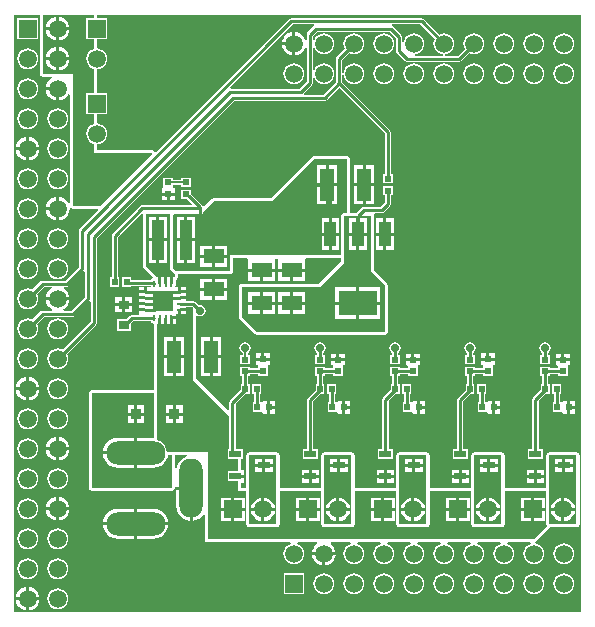
<source format=gtl>
G04*
G04 #@! TF.GenerationSoftware,Altium Limited,Altium Designer,19.0.15 (446)*
G04*
G04 Layer_Physical_Order=1*
G04 Layer_Color=255*
%FSLAX25Y25*%
%MOIN*%
G70*
G01*
G75*
%ADD13C,0.01000*%
%ADD33R,0.03543X0.03740*%
%ADD34R,0.01968X0.02362*%
%ADD35R,0.03740X0.02953*%
%ADD36R,0.07087X0.05118*%
%ADD37R,0.02362X0.01968*%
%ADD38R,0.03937X0.08465*%
%ADD39R,0.12795X0.08465*%
%ADD40R,0.04528X0.11024*%
%ADD41R,0.00984X0.02362*%
%ADD42R,0.02362X0.00984*%
%ADD43R,0.06614X0.06614*%
%ADD44R,0.03937X0.13386*%
%ADD45R,0.03937X0.02362*%
%ADD46C,0.00700*%
%ADD47R,0.05906X0.05906*%
%ADD48C,0.05906*%
%ADD49O,0.19685X0.07874*%
%ADD50O,0.07874X0.19685*%
%ADD51R,0.05906X0.05906*%
%ADD52C,0.02362*%
%ADD53C,0.02756*%
G36*
X232453Y411335D02*
X232518Y410880D01*
X232279Y410721D01*
X230279Y408721D01*
X230058Y408390D01*
X229980Y408000D01*
Y406359D01*
X229480Y406260D01*
X229193Y406954D01*
X228559Y407780D01*
X227734Y408413D01*
X226772Y408812D01*
X226240Y408882D01*
Y404961D01*
Y401040D01*
X226772Y401110D01*
X227734Y401508D01*
X228559Y402142D01*
X229193Y402967D01*
X229480Y403661D01*
X229980Y403562D01*
Y392422D01*
X227578Y390020D01*
X204669D01*
X204448Y390465D01*
X204444Y390502D01*
X225322Y411380D01*
X232435D01*
X232453Y411335D01*
D02*
G37*
G36*
X321487Y215513D02*
X132513Y215513D01*
X132513Y414487D01*
X140480D01*
X140980Y414487D01*
Y395000D01*
X141058Y394610D01*
X141279Y394279D01*
X141610Y394058D01*
X142000Y393980D01*
X144974D01*
X145073Y393480D01*
X145007Y393453D01*
X144181Y392819D01*
X143547Y391993D01*
X143149Y391032D01*
X143079Y390500D01*
X147000D01*
Y390000D01*
X147500D01*
Y386079D01*
X148032Y386149D01*
X148993Y386547D01*
X149819Y387181D01*
X150453Y388007D01*
X150480Y388073D01*
X150980Y387974D01*
Y352026D01*
X150480Y351927D01*
X150453Y351993D01*
X149819Y352819D01*
X148993Y353453D01*
X148032Y353851D01*
X147500Y353921D01*
Y350000D01*
Y346079D01*
X148032Y346149D01*
X148993Y346547D01*
X149819Y347181D01*
X150453Y348007D01*
X150851Y348968D01*
X150974Y349904D01*
X151249Y350081D01*
X151471Y350150D01*
X151610Y350058D01*
X152000Y349980D01*
X160385D01*
X160576Y349518D01*
X154279Y343221D01*
X154058Y342890D01*
X153980Y342500D01*
Y330422D01*
X149578Y326020D01*
X142000D01*
X141610Y325942D01*
X141279Y325721D01*
X138623Y323065D01*
X137901Y323364D01*
X137000Y323482D01*
X136099Y323364D01*
X135259Y323016D01*
X134537Y322463D01*
X133984Y321741D01*
X133636Y320901D01*
X133518Y320000D01*
X133636Y319099D01*
X133984Y318259D01*
X134537Y317537D01*
X135259Y316984D01*
X136099Y316636D01*
X137000Y316517D01*
X137901Y316636D01*
X138741Y316984D01*
X139462Y317537D01*
X140016Y318259D01*
X140364Y319099D01*
X140482Y320000D01*
X140364Y320901D01*
X140065Y321623D01*
X142422Y323980D01*
X144974D01*
X145073Y323480D01*
X145007Y323453D01*
X144181Y322819D01*
X143547Y321993D01*
X143149Y321032D01*
X143079Y320500D01*
X147000D01*
X150921D01*
X150851Y321032D01*
X150453Y321993D01*
X149819Y322819D01*
X148993Y323453D01*
X148927Y323480D01*
X149026Y323980D01*
X150000D01*
X150390Y324058D01*
X150721Y324279D01*
X155480Y329039D01*
X155980Y328831D01*
Y320422D01*
X151578Y316020D01*
X149026D01*
X148927Y316520D01*
X148993Y316547D01*
X149819Y317181D01*
X150453Y318007D01*
X150851Y318968D01*
X150921Y319500D01*
X147000D01*
X143079D01*
X143149Y318968D01*
X143547Y318007D01*
X144181Y317181D01*
X145007Y316547D01*
X145073Y316520D01*
X144974Y316020D01*
X142000D01*
X141610Y315942D01*
X141279Y315721D01*
X138623Y313065D01*
X137901Y313364D01*
X137000Y313482D01*
X136099Y313364D01*
X135259Y313016D01*
X134537Y312462D01*
X133984Y311741D01*
X133636Y310901D01*
X133518Y310000D01*
X133636Y309099D01*
X133984Y308259D01*
X134537Y307538D01*
X135259Y306984D01*
X136099Y306636D01*
X137000Y306518D01*
X137901Y306636D01*
X138741Y306984D01*
X139462Y307538D01*
X140016Y308259D01*
X140364Y309099D01*
X140482Y310000D01*
X140364Y310901D01*
X140065Y311623D01*
X142422Y313980D01*
X152000D01*
X152390Y314058D01*
X152721Y314279D01*
X157480Y319039D01*
X157980Y318831D01*
Y312422D01*
X148623Y303065D01*
X147901Y303364D01*
X147000Y303483D01*
X146099Y303364D01*
X145259Y303016D01*
X144537Y302463D01*
X143984Y301741D01*
X143636Y300901D01*
X143517Y300000D01*
X143636Y299099D01*
X143984Y298259D01*
X144537Y297537D01*
X145259Y296984D01*
X146099Y296636D01*
X147000Y296517D01*
X147901Y296636D01*
X148741Y296984D01*
X149462Y297537D01*
X150016Y298259D01*
X150364Y299099D01*
X150482Y300000D01*
X150364Y300901D01*
X150065Y301623D01*
X159721Y311279D01*
X159942Y311610D01*
X160020Y312000D01*
Y340078D01*
X205922Y385980D01*
X236000D01*
X236390Y386058D01*
X236721Y386279D01*
X240779Y390338D01*
X255980Y375137D01*
Y361453D01*
X255319D01*
Y358484D01*
X258681D01*
Y361453D01*
X258020D01*
Y375559D01*
X257942Y375949D01*
X257721Y376280D01*
X241799Y392202D01*
Y394613D01*
X242299Y394645D01*
X242376Y394059D01*
X242724Y393219D01*
X243278Y392498D01*
X243999Y391945D01*
X244839Y391597D01*
X245740Y391478D01*
X246641Y391597D01*
X247481Y391945D01*
X248203Y392498D01*
X248756Y393219D01*
X249104Y394059D01*
X249223Y394961D01*
X249104Y395862D01*
X248756Y396702D01*
X248203Y397423D01*
X247481Y397977D01*
X246641Y398324D01*
X245740Y398443D01*
X244839Y398324D01*
X243999Y397977D01*
X243278Y397423D01*
X242724Y396702D01*
X242376Y395862D01*
X242299Y395276D01*
X241799Y395309D01*
Y399578D01*
X244117Y401896D01*
X244839Y401597D01*
X245740Y401478D01*
X246641Y401597D01*
X247481Y401945D01*
X248203Y402498D01*
X248756Y403219D01*
X249104Y404059D01*
X249223Y404961D01*
X249104Y405862D01*
X248756Y406702D01*
X248203Y407423D01*
X247481Y407977D01*
X246641Y408324D01*
X245740Y408443D01*
X244839Y408324D01*
X243999Y407977D01*
X243278Y407423D01*
X242724Y406702D01*
X242376Y405862D01*
X242258Y404961D01*
X242376Y404059D01*
X242675Y403338D01*
X240059Y400721D01*
X239838Y400390D01*
X239760Y400000D01*
Y392202D01*
X235578Y388020D01*
X229169D01*
X228961Y388520D01*
X231721Y391279D01*
X231942Y391610D01*
X232020Y392000D01*
Y393614D01*
X232520Y393713D01*
X232724Y393219D01*
X233278Y392498D01*
X233999Y391945D01*
X234839Y391597D01*
X235740Y391478D01*
X236642Y391597D01*
X237481Y391945D01*
X238203Y392498D01*
X238756Y393219D01*
X239104Y394059D01*
X239223Y394961D01*
X239104Y395862D01*
X238756Y396702D01*
X238203Y397423D01*
X237481Y397977D01*
X236642Y398324D01*
X235740Y398443D01*
X234839Y398324D01*
X233999Y397977D01*
X233278Y397423D01*
X232724Y396702D01*
X232520Y396208D01*
X232020Y396307D01*
Y403614D01*
X232520Y403713D01*
X232724Y403219D01*
X233278Y402498D01*
X233999Y401945D01*
X234839Y401597D01*
X235740Y401478D01*
X236642Y401597D01*
X237481Y401945D01*
X238203Y402498D01*
X238756Y403219D01*
X239104Y404059D01*
X239223Y404961D01*
X239104Y405862D01*
X238756Y406702D01*
X238203Y407423D01*
X237481Y407977D01*
X236642Y408324D01*
X235740Y408443D01*
X234839Y408324D01*
X233999Y407977D01*
X233278Y407423D01*
X232724Y406702D01*
X232520Y406208D01*
X232020Y406307D01*
Y407578D01*
X233422Y408980D01*
X257578D01*
X259780Y406778D01*
Y402500D01*
X259858Y402110D01*
X260079Y401779D01*
X262579Y399279D01*
X262910Y399058D01*
X263300Y398980D01*
X280780D01*
X281170Y399058D01*
X281501Y399279D01*
X284117Y401896D01*
X284839Y401597D01*
X285740Y401478D01*
X286642Y401597D01*
X287481Y401945D01*
X288203Y402498D01*
X288756Y403219D01*
X289104Y404059D01*
X289223Y404961D01*
X289104Y405862D01*
X288756Y406702D01*
X288203Y407423D01*
X287481Y407977D01*
X286642Y408324D01*
X285740Y408443D01*
X284839Y408324D01*
X283999Y407977D01*
X283278Y407423D01*
X282724Y406702D01*
X282376Y405862D01*
X282258Y404961D01*
X282376Y404059D01*
X282675Y403338D01*
X280357Y401020D01*
X276088D01*
X276055Y401520D01*
X276642Y401597D01*
X277481Y401945D01*
X278203Y402498D01*
X278756Y403219D01*
X279104Y404059D01*
X279223Y404961D01*
X279104Y405862D01*
X278756Y406702D01*
X278203Y407423D01*
X277481Y407977D01*
X276642Y408324D01*
X275740Y408443D01*
X274839Y408324D01*
X274117Y408026D01*
X269022Y413121D01*
X268691Y413342D01*
X268301Y413420D01*
X224900D01*
X224510Y413342D01*
X224179Y413121D01*
X179865Y368807D01*
X179302Y368888D01*
X179270Y368919D01*
X179068Y369221D01*
X178737Y369442D01*
X178347Y369520D01*
X160020D01*
Y371520D01*
X160901Y371636D01*
X161741Y371984D01*
X162462Y372537D01*
X163016Y373259D01*
X163364Y374099D01*
X163482Y375000D01*
X163364Y375901D01*
X163016Y376741D01*
X162462Y377463D01*
X161741Y378016D01*
X160901Y378364D01*
X160020Y378480D01*
Y381547D01*
X163453D01*
Y388453D01*
X160020D01*
Y396520D01*
X160901Y396636D01*
X161741Y396984D01*
X162462Y397537D01*
X163016Y398259D01*
X163364Y399099D01*
X163482Y400000D01*
X163364Y400901D01*
X163016Y401741D01*
X162462Y402462D01*
X161741Y403016D01*
X160901Y403364D01*
X160020Y403480D01*
Y406547D01*
X163453D01*
Y413453D01*
X160020D01*
Y414487D01*
X160520Y414487D01*
X321487Y414487D01*
X321487Y215513D01*
D02*
G37*
G36*
X272675Y406584D02*
X272376Y405862D01*
X272258Y404961D01*
X272376Y404059D01*
X272724Y403219D01*
X273278Y402498D01*
X273999Y401945D01*
X274839Y401597D01*
X275425Y401520D01*
X275392Y401020D01*
X266088D01*
X266055Y401520D01*
X266641Y401597D01*
X267481Y401945D01*
X268203Y402498D01*
X268756Y403219D01*
X269104Y404059D01*
X269223Y404961D01*
X269104Y405862D01*
X268756Y406702D01*
X268203Y407423D01*
X267481Y407977D01*
X266641Y408324D01*
X265740Y408443D01*
X264839Y408324D01*
X263999Y407977D01*
X263278Y407423D01*
X262724Y406702D01*
X262376Y405862D01*
X262320Y405431D01*
X261820Y405464D01*
Y407200D01*
X261742Y407590D01*
X261521Y407921D01*
X258721Y410721D01*
X258482Y410880D01*
X258547Y411335D01*
X258565Y411380D01*
X267879D01*
X272675Y406584D01*
D02*
G37*
G36*
X159000Y413453D02*
X156547D01*
Y406547D01*
X159000D01*
Y403323D01*
X158259Y403016D01*
X157537Y402462D01*
X156984Y401741D01*
X156636Y400901D01*
X156518Y400000D01*
X156636Y399099D01*
X156984Y398259D01*
X157537Y397537D01*
X158259Y396984D01*
X159000Y396677D01*
Y388453D01*
X156547D01*
Y381547D01*
X159000D01*
Y378323D01*
X158259Y378016D01*
X157537Y377463D01*
X156984Y376741D01*
X156636Y375901D01*
X156518Y375000D01*
X156636Y374099D01*
X156984Y373259D01*
X157537Y372537D01*
X158259Y371984D01*
X159000Y371677D01*
Y368500D01*
X178347D01*
X178538Y368038D01*
X161500Y351000D01*
X152000D01*
Y395000D01*
X142000D01*
Y414487D01*
X159000D01*
Y413453D01*
D02*
G37*
%LPC*%
G36*
X225240Y408882D02*
X224708Y408812D01*
X223747Y408413D01*
X222921Y407780D01*
X222287Y406954D01*
X221889Y405993D01*
X221819Y405461D01*
X225240D01*
Y408882D01*
D02*
G37*
G36*
Y404461D02*
X221819D01*
X221889Y403929D01*
X222287Y402967D01*
X222921Y402142D01*
X223747Y401508D01*
X224708Y401110D01*
X225240Y401040D01*
Y404461D01*
D02*
G37*
G36*
X225740Y398443D02*
X224839Y398324D01*
X223999Y397977D01*
X223278Y397423D01*
X222724Y396702D01*
X222376Y395862D01*
X222258Y394961D01*
X222376Y394059D01*
X222724Y393219D01*
X223278Y392498D01*
X223999Y391945D01*
X224839Y391597D01*
X225740Y391478D01*
X226642Y391597D01*
X227481Y391945D01*
X228203Y392498D01*
X228756Y393219D01*
X229104Y394059D01*
X229223Y394961D01*
X229104Y395862D01*
X228756Y396702D01*
X228203Y397423D01*
X227481Y397977D01*
X226642Y398324D01*
X225740Y398443D01*
D02*
G37*
G36*
X140453Y413453D02*
X133547D01*
Y406547D01*
X140453D01*
Y413453D01*
D02*
G37*
G36*
X315740Y408443D02*
X314839Y408324D01*
X313999Y407977D01*
X313278Y407423D01*
X312724Y406702D01*
X312376Y405862D01*
X312258Y404961D01*
X312376Y404059D01*
X312724Y403219D01*
X313278Y402498D01*
X313999Y401945D01*
X314839Y401597D01*
X315740Y401478D01*
X316641Y401597D01*
X317481Y401945D01*
X318203Y402498D01*
X318756Y403219D01*
X319104Y404059D01*
X319223Y404961D01*
X319104Y405862D01*
X318756Y406702D01*
X318203Y407423D01*
X317481Y407977D01*
X316641Y408324D01*
X315740Y408443D01*
D02*
G37*
G36*
X305740D02*
X304839Y408324D01*
X303999Y407977D01*
X303278Y407423D01*
X302724Y406702D01*
X302376Y405862D01*
X302258Y404961D01*
X302376Y404059D01*
X302724Y403219D01*
X303278Y402498D01*
X303999Y401945D01*
X304839Y401597D01*
X305740Y401478D01*
X306642Y401597D01*
X307481Y401945D01*
X308203Y402498D01*
X308756Y403219D01*
X309104Y404059D01*
X309223Y404961D01*
X309104Y405862D01*
X308756Y406702D01*
X308203Y407423D01*
X307481Y407977D01*
X306642Y408324D01*
X305740Y408443D01*
D02*
G37*
G36*
X295740D02*
X294839Y408324D01*
X293999Y407977D01*
X293278Y407423D01*
X292724Y406702D01*
X292376Y405862D01*
X292258Y404961D01*
X292376Y404059D01*
X292724Y403219D01*
X293278Y402498D01*
X293999Y401945D01*
X294839Y401597D01*
X295740Y401478D01*
X296641Y401597D01*
X297481Y401945D01*
X298203Y402498D01*
X298756Y403219D01*
X299104Y404059D01*
X299223Y404961D01*
X299104Y405862D01*
X298756Y406702D01*
X298203Y407423D01*
X297481Y407977D01*
X296641Y408324D01*
X295740Y408443D01*
D02*
G37*
G36*
X255740D02*
X254839Y408324D01*
X253999Y407977D01*
X253278Y407423D01*
X252724Y406702D01*
X252376Y405862D01*
X252258Y404961D01*
X252376Y404059D01*
X252724Y403219D01*
X253278Y402498D01*
X253999Y401945D01*
X254839Y401597D01*
X255740Y401478D01*
X256642Y401597D01*
X257481Y401945D01*
X258203Y402498D01*
X258756Y403219D01*
X259104Y404059D01*
X259223Y404961D01*
X259104Y405862D01*
X258756Y406702D01*
X258203Y407423D01*
X257481Y407977D01*
X256642Y408324D01*
X255740Y408443D01*
D02*
G37*
G36*
X137000Y403482D02*
X136099Y403364D01*
X135259Y403016D01*
X134537Y402462D01*
X133984Y401741D01*
X133636Y400901D01*
X133518Y400000D01*
X133636Y399099D01*
X133984Y398259D01*
X134537Y397537D01*
X135259Y396984D01*
X136099Y396636D01*
X137000Y396517D01*
X137901Y396636D01*
X138741Y396984D01*
X139462Y397537D01*
X140016Y398259D01*
X140364Y399099D01*
X140482Y400000D01*
X140364Y400901D01*
X140016Y401741D01*
X139462Y402462D01*
X138741Y403016D01*
X137901Y403364D01*
X137000Y403482D01*
D02*
G37*
G36*
X315740Y398443D02*
X314839Y398324D01*
X313999Y397977D01*
X313278Y397423D01*
X312724Y396702D01*
X312376Y395862D01*
X312258Y394961D01*
X312376Y394059D01*
X312724Y393219D01*
X313278Y392498D01*
X313999Y391945D01*
X314839Y391597D01*
X315740Y391478D01*
X316641Y391597D01*
X317481Y391945D01*
X318203Y392498D01*
X318756Y393219D01*
X319104Y394059D01*
X319223Y394961D01*
X319104Y395862D01*
X318756Y396702D01*
X318203Y397423D01*
X317481Y397977D01*
X316641Y398324D01*
X315740Y398443D01*
D02*
G37*
G36*
X305740D02*
X304839Y398324D01*
X303999Y397977D01*
X303278Y397423D01*
X302724Y396702D01*
X302376Y395862D01*
X302258Y394961D01*
X302376Y394059D01*
X302724Y393219D01*
X303278Y392498D01*
X303999Y391945D01*
X304839Y391597D01*
X305740Y391478D01*
X306642Y391597D01*
X307481Y391945D01*
X308203Y392498D01*
X308756Y393219D01*
X309104Y394059D01*
X309223Y394961D01*
X309104Y395862D01*
X308756Y396702D01*
X308203Y397423D01*
X307481Y397977D01*
X306642Y398324D01*
X305740Y398443D01*
D02*
G37*
G36*
X295740D02*
X294839Y398324D01*
X293999Y397977D01*
X293278Y397423D01*
X292724Y396702D01*
X292376Y395862D01*
X292258Y394961D01*
X292376Y394059D01*
X292724Y393219D01*
X293278Y392498D01*
X293999Y391945D01*
X294839Y391597D01*
X295740Y391478D01*
X296641Y391597D01*
X297481Y391945D01*
X298203Y392498D01*
X298756Y393219D01*
X299104Y394059D01*
X299223Y394961D01*
X299104Y395862D01*
X298756Y396702D01*
X298203Y397423D01*
X297481Y397977D01*
X296641Y398324D01*
X295740Y398443D01*
D02*
G37*
G36*
X285740D02*
X284839Y398324D01*
X283999Y397977D01*
X283278Y397423D01*
X282724Y396702D01*
X282376Y395862D01*
X282258Y394961D01*
X282376Y394059D01*
X282724Y393219D01*
X283278Y392498D01*
X283999Y391945D01*
X284839Y391597D01*
X285740Y391478D01*
X286642Y391597D01*
X287481Y391945D01*
X288203Y392498D01*
X288756Y393219D01*
X289104Y394059D01*
X289223Y394961D01*
X289104Y395862D01*
X288756Y396702D01*
X288203Y397423D01*
X287481Y397977D01*
X286642Y398324D01*
X285740Y398443D01*
D02*
G37*
G36*
X275740D02*
X274839Y398324D01*
X273999Y397977D01*
X273278Y397423D01*
X272724Y396702D01*
X272376Y395862D01*
X272258Y394961D01*
X272376Y394059D01*
X272724Y393219D01*
X273278Y392498D01*
X273999Y391945D01*
X274839Y391597D01*
X275740Y391478D01*
X276642Y391597D01*
X277481Y391945D01*
X278203Y392498D01*
X278756Y393219D01*
X279104Y394059D01*
X279223Y394961D01*
X279104Y395862D01*
X278756Y396702D01*
X278203Y397423D01*
X277481Y397977D01*
X276642Y398324D01*
X275740Y398443D01*
D02*
G37*
G36*
X265740D02*
X264839Y398324D01*
X263999Y397977D01*
X263278Y397423D01*
X262724Y396702D01*
X262376Y395862D01*
X262258Y394961D01*
X262376Y394059D01*
X262724Y393219D01*
X263278Y392498D01*
X263999Y391945D01*
X264839Y391597D01*
X265740Y391478D01*
X266641Y391597D01*
X267481Y391945D01*
X268203Y392498D01*
X268756Y393219D01*
X269104Y394059D01*
X269223Y394961D01*
X269104Y395862D01*
X268756Y396702D01*
X268203Y397423D01*
X267481Y397977D01*
X266641Y398324D01*
X265740Y398443D01*
D02*
G37*
G36*
X255740D02*
X254839Y398324D01*
X253999Y397977D01*
X253278Y397423D01*
X252724Y396702D01*
X252376Y395862D01*
X252258Y394961D01*
X252376Y394059D01*
X252724Y393219D01*
X253278Y392498D01*
X253999Y391945D01*
X254839Y391597D01*
X255740Y391478D01*
X256642Y391597D01*
X257481Y391945D01*
X258203Y392498D01*
X258756Y393219D01*
X259104Y394059D01*
X259223Y394961D01*
X259104Y395862D01*
X258756Y396702D01*
X258203Y397423D01*
X257481Y397977D01*
X256642Y398324D01*
X255740Y398443D01*
D02*
G37*
G36*
X137000Y393482D02*
X136099Y393364D01*
X135259Y393016D01*
X134537Y392462D01*
X133984Y391741D01*
X133636Y390901D01*
X133518Y390000D01*
X133636Y389099D01*
X133984Y388259D01*
X134537Y387538D01*
X135259Y386984D01*
X136099Y386636D01*
X137000Y386518D01*
X137901Y386636D01*
X138741Y386984D01*
X139462Y387538D01*
X140016Y388259D01*
X140364Y389099D01*
X140482Y390000D01*
X140364Y390901D01*
X140016Y391741D01*
X139462Y392462D01*
X138741Y393016D01*
X137901Y393364D01*
X137000Y393482D01*
D02*
G37*
G36*
X146500Y389500D02*
X143079D01*
X143149Y388968D01*
X143547Y388007D01*
X144181Y387181D01*
X145007Y386547D01*
X145968Y386149D01*
X146500Y386079D01*
Y389500D01*
D02*
G37*
G36*
X147000Y383483D02*
X146099Y383364D01*
X145259Y383016D01*
X144537Y382463D01*
X143984Y381741D01*
X143636Y380901D01*
X143517Y380000D01*
X143636Y379099D01*
X143984Y378259D01*
X144537Y377537D01*
X145259Y376984D01*
X146099Y376636D01*
X147000Y376518D01*
X147901Y376636D01*
X148741Y376984D01*
X149462Y377537D01*
X150016Y378259D01*
X150364Y379099D01*
X150482Y380000D01*
X150364Y380901D01*
X150016Y381741D01*
X149462Y382463D01*
X148741Y383016D01*
X147901Y383364D01*
X147000Y383483D01*
D02*
G37*
G36*
X137000D02*
X136099Y383364D01*
X135259Y383016D01*
X134537Y382463D01*
X133984Y381741D01*
X133636Y380901D01*
X133518Y380000D01*
X133636Y379099D01*
X133984Y378259D01*
X134537Y377537D01*
X135259Y376984D01*
X136099Y376636D01*
X137000Y376518D01*
X137901Y376636D01*
X138741Y376984D01*
X139462Y377537D01*
X140016Y378259D01*
X140364Y379099D01*
X140482Y380000D01*
X140364Y380901D01*
X140016Y381741D01*
X139462Y382463D01*
X138741Y383016D01*
X137901Y383364D01*
X137000Y383483D01*
D02*
G37*
G36*
X137500Y373921D02*
Y370500D01*
X140921D01*
X140851Y371032D01*
X140453Y371993D01*
X139819Y372819D01*
X138993Y373453D01*
X138032Y373851D01*
X137500Y373921D01*
D02*
G37*
G36*
X136500D02*
X135968Y373851D01*
X135007Y373453D01*
X134181Y372819D01*
X133547Y371993D01*
X133149Y371032D01*
X133079Y370500D01*
X136500D01*
Y373921D01*
D02*
G37*
G36*
X147000Y373482D02*
X146099Y373364D01*
X145259Y373016D01*
X144537Y372463D01*
X143984Y371741D01*
X143636Y370901D01*
X143517Y370000D01*
X143636Y369099D01*
X143984Y368259D01*
X144537Y367537D01*
X145259Y366984D01*
X146099Y366636D01*
X147000Y366517D01*
X147901Y366636D01*
X148741Y366984D01*
X149462Y367537D01*
X150016Y368259D01*
X150364Y369099D01*
X150482Y370000D01*
X150364Y370901D01*
X150016Y371741D01*
X149462Y372463D01*
X148741Y373016D01*
X147901Y373364D01*
X147000Y373482D01*
D02*
G37*
G36*
X140921Y369500D02*
X137500D01*
Y366079D01*
X138032Y366149D01*
X138993Y366547D01*
X139819Y367181D01*
X140453Y368007D01*
X140851Y368968D01*
X140921Y369500D01*
D02*
G37*
G36*
X136500D02*
X133079D01*
X133149Y368968D01*
X133547Y368007D01*
X134181Y367181D01*
X135007Y366547D01*
X135968Y366149D01*
X136500Y366079D01*
Y369500D01*
D02*
G37*
G36*
X191502Y360260D02*
X188139D01*
Y359642D01*
X185502D01*
Y360260D01*
X182140D01*
Y357323D01*
X182140Y357291D01*
X182063Y356823D01*
X181640D01*
Y355339D01*
X186002D01*
Y356823D01*
X185578D01*
X185502Y357291D01*
X185502Y357323D01*
Y357909D01*
X188139D01*
Y357291D01*
X191502D01*
Y360260D01*
D02*
G37*
G36*
X252465Y364512D02*
X249701D01*
Y358500D01*
X252465D01*
Y364512D01*
D02*
G37*
G36*
X248701D02*
X245937D01*
Y358500D01*
X248701D01*
Y364512D01*
D02*
G37*
G36*
X147000Y363482D02*
X146099Y363364D01*
X145259Y363016D01*
X144537Y362462D01*
X143984Y361741D01*
X143636Y360901D01*
X143517Y360000D01*
X143636Y359099D01*
X143984Y358259D01*
X144537Y357538D01*
X145259Y356984D01*
X146099Y356636D01*
X147000Y356518D01*
X147901Y356636D01*
X148741Y356984D01*
X149462Y357538D01*
X150016Y358259D01*
X150364Y359099D01*
X150482Y360000D01*
X150364Y360901D01*
X150016Y361741D01*
X149462Y362462D01*
X148741Y363016D01*
X147901Y363364D01*
X147000Y363482D01*
D02*
G37*
G36*
X137000D02*
X136099Y363364D01*
X135259Y363016D01*
X134537Y362462D01*
X133984Y361741D01*
X133636Y360901D01*
X133518Y360000D01*
X133636Y359099D01*
X133984Y358259D01*
X134537Y357538D01*
X135259Y356984D01*
X136099Y356636D01*
X137000Y356518D01*
X137901Y356636D01*
X138741Y356984D01*
X139462Y357538D01*
X140016Y358259D01*
X140364Y359099D01*
X140482Y360000D01*
X140364Y360901D01*
X140016Y361741D01*
X139462Y362462D01*
X138741Y363016D01*
X137901Y363364D01*
X137000Y363482D01*
D02*
G37*
G36*
X186002Y354339D02*
X184321D01*
Y352854D01*
X186002D01*
Y354339D01*
D02*
G37*
G36*
X183321D02*
X181640D01*
Y352854D01*
X183321D01*
Y354339D01*
D02*
G37*
G36*
X252465Y357500D02*
X249701D01*
Y351488D01*
X252465D01*
Y357500D01*
D02*
G37*
G36*
X248701D02*
X245937D01*
Y351488D01*
X248701D01*
Y357500D01*
D02*
G37*
G36*
X243500Y367520D02*
X232500D01*
X232110Y367442D01*
X231779Y367221D01*
X218078Y353520D01*
X209807Y353520D01*
X199018D01*
X198628Y353442D01*
X198297Y353221D01*
X195887Y350811D01*
X195308Y350939D01*
X195205Y351093D01*
X191502Y354796D01*
Y356323D01*
X188139D01*
Y353354D01*
X190060D01*
X191758Y351657D01*
X191566Y351195D01*
X175175D01*
X174785Y351117D01*
X174454Y350896D01*
X165311Y341752D01*
X165089Y341422D01*
X165012Y341031D01*
Y327264D01*
X164547D01*
Y323902D01*
X167516D01*
Y327264D01*
X167051D01*
Y340609D01*
X175010Y348568D01*
X175471Y348322D01*
X175465Y348291D01*
X175465Y330791D01*
X175542Y330401D01*
X175763Y330070D01*
X178691Y327143D01*
X178499Y326681D01*
X178039D01*
Y326311D01*
X171453D01*
Y327264D01*
X168484D01*
Y323902D01*
X171453D01*
Y324272D01*
X178039D01*
Y323736D01*
X176776D01*
Y322244D01*
X176276D01*
Y321744D01*
X174094D01*
Y320776D01*
X176276D01*
Y319776D01*
X174094D01*
Y318807D01*
X176276D01*
Y317807D01*
X174094D01*
Y316839D01*
X176276D01*
Y315839D01*
X174094D01*
Y314846D01*
X173696Y314602D01*
X171740D01*
X171350Y314525D01*
X171019Y314304D01*
X169928Y313213D01*
X166630D01*
Y309260D01*
X171370D01*
Y311771D01*
X172162Y312563D01*
X178039D01*
Y311902D01*
X178560D01*
X178965Y311402D01*
Y293291D01*
X178980Y293212D01*
X178980Y289520D01*
X158500D01*
X158110Y289442D01*
X157779Y289221D01*
X157558Y288890D01*
X157480Y288500D01*
Y257000D01*
X157558Y256610D01*
X157779Y256279D01*
X158110Y256058D01*
X158500Y255980D01*
X185000Y255980D01*
X185390Y256058D01*
X185721Y256279D01*
X185942Y256610D01*
X186020Y257000D01*
Y267980D01*
X186520Y267980D01*
X190004D01*
X190104Y267480D01*
X189014Y267029D01*
X187983Y266238D01*
X187191Y265206D01*
X186694Y264005D01*
X186524Y262717D01*
Y257311D01*
X191504D01*
Y256811D01*
X192004D01*
Y245992D01*
X192793Y246096D01*
X193994Y246593D01*
X195025Y247384D01*
X195480Y247978D01*
X195980Y247808D01*
Y239756D01*
X196058Y239366D01*
X196279Y239035D01*
X196610Y238814D01*
X197000Y238736D01*
X200441D01*
X224526D01*
X224626Y238236D01*
X223999Y237977D01*
X223278Y237423D01*
X222724Y236702D01*
X222376Y235862D01*
X222258Y234961D01*
X222376Y234059D01*
X222724Y233219D01*
X223278Y232498D01*
X223999Y231945D01*
X224839Y231597D01*
X225740Y231478D01*
X226642Y231597D01*
X227481Y231945D01*
X228203Y232498D01*
X228756Y233219D01*
X229104Y234059D01*
X229223Y234961D01*
X229104Y235862D01*
X228756Y236702D01*
X228203Y237423D01*
X227481Y237977D01*
X226854Y238236D01*
X226954Y238736D01*
X233346D01*
X233516Y238236D01*
X232921Y237780D01*
X232287Y236954D01*
X231889Y235993D01*
X231819Y235461D01*
X235740D01*
X239661D01*
X239591Y235993D01*
X239193Y236954D01*
X238559Y237780D01*
X237964Y238236D01*
X238134Y238736D01*
X244526D01*
X244626Y238236D01*
X243999Y237977D01*
X243278Y237423D01*
X242724Y236702D01*
X242376Y235862D01*
X242258Y234961D01*
X242376Y234059D01*
X242724Y233219D01*
X243278Y232498D01*
X243999Y231945D01*
X244839Y231597D01*
X245740Y231478D01*
X246641Y231597D01*
X247481Y231945D01*
X248203Y232498D01*
X248756Y233219D01*
X249104Y234059D01*
X249223Y234961D01*
X249104Y235862D01*
X248756Y236702D01*
X248203Y237423D01*
X247481Y237977D01*
X246854Y238236D01*
X246954Y238736D01*
X254526D01*
X254626Y238236D01*
X253999Y237977D01*
X253278Y237423D01*
X252724Y236702D01*
X252376Y235862D01*
X252258Y234961D01*
X252376Y234059D01*
X252724Y233219D01*
X253278Y232498D01*
X253999Y231945D01*
X254839Y231597D01*
X255740Y231478D01*
X256642Y231597D01*
X257481Y231945D01*
X258203Y232498D01*
X258756Y233219D01*
X259104Y234059D01*
X259223Y234961D01*
X259104Y235862D01*
X258756Y236702D01*
X258203Y237423D01*
X257481Y237977D01*
X256854Y238236D01*
X256954Y238736D01*
X264526D01*
X264626Y238236D01*
X263999Y237977D01*
X263278Y237423D01*
X262724Y236702D01*
X262376Y235862D01*
X262258Y234961D01*
X262376Y234059D01*
X262724Y233219D01*
X263278Y232498D01*
X263999Y231945D01*
X264839Y231597D01*
X265740Y231478D01*
X266641Y231597D01*
X267481Y231945D01*
X268203Y232498D01*
X268756Y233219D01*
X269104Y234059D01*
X269223Y234961D01*
X269104Y235862D01*
X268756Y236702D01*
X268203Y237423D01*
X267481Y237977D01*
X266854Y238236D01*
X266954Y238736D01*
X274526D01*
X274626Y238236D01*
X273999Y237977D01*
X273278Y237423D01*
X272724Y236702D01*
X272376Y235862D01*
X272258Y234961D01*
X272376Y234059D01*
X272724Y233219D01*
X273278Y232498D01*
X273999Y231945D01*
X274839Y231597D01*
X275740Y231478D01*
X276642Y231597D01*
X277481Y231945D01*
X278203Y232498D01*
X278756Y233219D01*
X279104Y234059D01*
X279223Y234961D01*
X279104Y235862D01*
X278756Y236702D01*
X278203Y237423D01*
X277481Y237977D01*
X276854Y238236D01*
X276954Y238736D01*
X284526Y238736D01*
X284626Y238236D01*
X283999Y237977D01*
X283278Y237423D01*
X282724Y236702D01*
X282376Y235862D01*
X282258Y234961D01*
X282376Y234059D01*
X282724Y233219D01*
X283278Y232498D01*
X283999Y231945D01*
X284839Y231597D01*
X285740Y231478D01*
X286642Y231597D01*
X287481Y231945D01*
X288203Y232498D01*
X288756Y233219D01*
X289104Y234059D01*
X289223Y234961D01*
X289104Y235862D01*
X288756Y236702D01*
X288203Y237423D01*
X287481Y237977D01*
X286855Y238236D01*
X286954Y238736D01*
X294526D01*
X294626Y238236D01*
X293999Y237977D01*
X293278Y237423D01*
X292724Y236702D01*
X292376Y235862D01*
X292258Y234961D01*
X292376Y234059D01*
X292724Y233219D01*
X293278Y232498D01*
X293999Y231945D01*
X294839Y231597D01*
X295740Y231478D01*
X296641Y231597D01*
X297481Y231945D01*
X298203Y232498D01*
X298756Y233219D01*
X299104Y234059D01*
X299223Y234961D01*
X299104Y235862D01*
X298756Y236702D01*
X298203Y237423D01*
X297481Y237977D01*
X296854Y238236D01*
X296954Y238736D01*
X302500D01*
X304526D01*
X304626Y238236D01*
X303999Y237977D01*
X303278Y237423D01*
X302724Y236702D01*
X302376Y235862D01*
X302258Y234961D01*
X302376Y234059D01*
X302724Y233219D01*
X303278Y232498D01*
X303999Y231945D01*
X304839Y231597D01*
X305740Y231478D01*
X306642Y231597D01*
X307481Y231945D01*
X308203Y232498D01*
X308756Y233219D01*
X309104Y234059D01*
X309223Y234961D01*
X309104Y235862D01*
X308756Y236702D01*
X308203Y237423D01*
X307481Y237977D01*
X306642Y238324D01*
X306299Y238370D01*
X306274Y238436D01*
X306235Y238882D01*
X306463Y239035D01*
X310861Y243433D01*
X310917Y243517D01*
X310988Y243588D01*
X311027Y243681D01*
X311064Y243736D01*
X319941D01*
X320331Y243814D01*
X320662Y244035D01*
X320883Y244366D01*
X320961Y244756D01*
X320960Y267756D01*
X320883Y268146D01*
X320662Y268477D01*
X320331Y268698D01*
X319941Y268776D01*
X310941D01*
X310551Y268698D01*
X310220Y268477D01*
X309999Y268146D01*
X309921Y267756D01*
Y257276D01*
X309851Y256775D01*
X295960D01*
Y267756D01*
X295883Y268146D01*
X295662Y268477D01*
X295331Y268698D01*
X294941Y268776D01*
X285941D01*
X285551Y268698D01*
X285220Y268477D01*
X284999Y268146D01*
X284921Y267756D01*
Y257276D01*
X284851Y256775D01*
X270960Y256775D01*
Y267756D01*
X270883Y268146D01*
X270662Y268477D01*
X270331Y268698D01*
X269941Y268776D01*
X260941D01*
X260551Y268698D01*
X260220Y268477D01*
X259999Y268146D01*
X259921Y267756D01*
Y257276D01*
X259851Y256775D01*
X245960D01*
Y267756D01*
X245883Y268146D01*
X245662Y268477D01*
X245331Y268698D01*
X244941Y268776D01*
X235941D01*
X235551Y268698D01*
X235220Y268477D01*
X234999Y268146D01*
X234921Y267756D01*
Y257276D01*
X234851Y256775D01*
X220960Y256775D01*
Y267756D01*
X220883Y268146D01*
X220662Y268477D01*
X220331Y268698D01*
X219941Y268776D01*
X210941D01*
X210551Y268698D01*
X210220Y268477D01*
X209999Y268146D01*
X209921Y267756D01*
Y257276D01*
X209851Y256775D01*
X208020D01*
Y258579D01*
X209244D01*
Y260260D01*
X206276D01*
Y261260D01*
X209244D01*
Y262941D01*
X208020D01*
Y266559D01*
X208744D01*
Y269921D01*
X206295D01*
Y284908D01*
X209430Y288043D01*
X210957D01*
Y291406D01*
X210476D01*
Y294240D01*
X211122D01*
Y294736D01*
X213760D01*
Y294303D01*
X217122D01*
Y297240D01*
X217122Y297272D01*
X217198Y297740D01*
X217622D01*
Y299224D01*
X215441D01*
X213260D01*
Y297740D01*
X213684D01*
X213760Y297272D01*
X213675Y296776D01*
X211122D01*
Y297209D01*
X207760D01*
Y294240D01*
X208437D01*
Y291406D01*
X207988D01*
Y289485D01*
X204555Y286052D01*
X204334Y285721D01*
X204256Y285331D01*
Y282839D01*
X203794Y282648D01*
X193020Y293422D01*
Y307095D01*
X193004Y307174D01*
Y314140D01*
X193504Y314407D01*
X193767Y314231D01*
X194500Y314085D01*
X195233Y314231D01*
X195854Y314646D01*
X196269Y315267D01*
X196415Y316000D01*
X196269Y316733D01*
X195854Y317354D01*
X195233Y317769D01*
X194500Y317915D01*
X194106Y317836D01*
X192914Y319028D01*
X192583Y319249D01*
X192193Y319327D01*
X189874D01*
Y319776D01*
X187693D01*
Y320776D01*
X189874D01*
Y321744D01*
X187693D01*
Y322244D01*
X187193D01*
Y323736D01*
X186246D01*
X186094Y324236D01*
X186158Y324279D01*
X186379Y324610D01*
X186457Y325000D01*
Y326294D01*
X186705Y326460D01*
X186926Y326791D01*
X187004Y327181D01*
Y328272D01*
X204484Y328272D01*
X204874Y328349D01*
X205205Y328570D01*
X205426Y328901D01*
X205504Y329291D01*
Y333480D01*
X210238D01*
X210457Y333071D01*
X210457Y332980D01*
Y330012D01*
X215000D01*
X219543D01*
Y332980D01*
X219543Y333071D01*
X219762Y333480D01*
X220238D01*
X220457Y333071D01*
X220457Y332980D01*
Y330012D01*
X225000D01*
X229543D01*
Y332980D01*
X229543Y333071D01*
X229762Y333480D01*
X241480Y333480D01*
Y332422D01*
X234078Y325020D01*
X208500D01*
X208110Y324942D01*
X207779Y324721D01*
X207558Y324390D01*
X207480Y324000D01*
X207480Y314000D01*
X207558Y313610D01*
X207779Y313279D01*
X212779Y308279D01*
X213110Y308058D01*
X213500Y307980D01*
X256000D01*
X256390Y308058D01*
X256721Y308279D01*
X256942Y308610D01*
X257020Y309000D01*
Y324500D01*
X256942Y324890D01*
X256721Y325221D01*
X252520Y329422D01*
X252520Y347500D01*
X252442Y347890D01*
X252382Y347980D01*
X252649Y348480D01*
X255000D01*
X255390Y348558D01*
X255721Y348779D01*
X257721Y350779D01*
X257942Y351110D01*
X258020Y351500D01*
Y354547D01*
X258681D01*
Y357516D01*
X255319D01*
Y354547D01*
X255980D01*
Y351922D01*
X254578Y350520D01*
X249000D01*
X248610Y350442D01*
X248279Y350221D01*
X246578Y348520D01*
X244520D01*
Y366500D01*
X244442Y366890D01*
X244221Y367221D01*
X243890Y367442D01*
X243500Y367520D01*
D02*
G37*
G36*
X146500Y353921D02*
X145968Y353851D01*
X145007Y353453D01*
X144181Y352819D01*
X143547Y351993D01*
X143149Y351032D01*
X143079Y350500D01*
X146500D01*
Y353921D01*
D02*
G37*
G36*
X137000Y353483D02*
X136099Y353364D01*
X135259Y353016D01*
X134537Y352463D01*
X133984Y351741D01*
X133636Y350901D01*
X133518Y350000D01*
X133636Y349099D01*
X133984Y348259D01*
X134537Y347537D01*
X135259Y346984D01*
X136099Y346636D01*
X137000Y346517D01*
X137901Y346636D01*
X138741Y346984D01*
X139462Y347537D01*
X140016Y348259D01*
X140364Y349099D01*
X140482Y350000D01*
X140364Y350901D01*
X140016Y351741D01*
X139462Y352463D01*
X138741Y353016D01*
X137901Y353364D01*
X137000Y353483D01*
D02*
G37*
G36*
X146500Y349500D02*
X143079D01*
X143149Y348968D01*
X143547Y348007D01*
X144181Y347181D01*
X145007Y346547D01*
X145968Y346149D01*
X146500Y346079D01*
Y349500D01*
D02*
G37*
G36*
X259024Y346748D02*
X256555D01*
Y342016D01*
X259024D01*
Y346748D01*
D02*
G37*
G36*
X255555D02*
X253087D01*
Y342016D01*
X255555D01*
Y346748D01*
D02*
G37*
G36*
X147000Y343482D02*
X146099Y343364D01*
X145259Y343016D01*
X144537Y342462D01*
X143984Y341741D01*
X143636Y340901D01*
X143517Y340000D01*
X143636Y339099D01*
X143984Y338259D01*
X144537Y337538D01*
X145259Y336984D01*
X146099Y336636D01*
X147000Y336518D01*
X147901Y336636D01*
X148741Y336984D01*
X149462Y337538D01*
X150016Y338259D01*
X150364Y339099D01*
X150482Y340000D01*
X150364Y340901D01*
X150016Y341741D01*
X149462Y342462D01*
X148741Y343016D01*
X147901Y343364D01*
X147000Y343482D01*
D02*
G37*
G36*
X137000D02*
X136099Y343364D01*
X135259Y343016D01*
X134537Y342462D01*
X133984Y341741D01*
X133636Y340901D01*
X133518Y340000D01*
X133636Y339099D01*
X133984Y338259D01*
X134537Y337538D01*
X135259Y336984D01*
X136099Y336636D01*
X137000Y336518D01*
X137901Y336636D01*
X138741Y336984D01*
X139462Y337538D01*
X140016Y338259D01*
X140364Y339099D01*
X140482Y340000D01*
X140364Y340901D01*
X140016Y341741D01*
X139462Y342462D01*
X138741Y343016D01*
X137901Y343364D01*
X137000Y343482D01*
D02*
G37*
G36*
X259024Y341016D02*
X256555D01*
Y336283D01*
X259024D01*
Y341016D01*
D02*
G37*
G36*
X255555D02*
X253087D01*
Y336283D01*
X255555D01*
Y341016D01*
D02*
G37*
G36*
X147000Y333483D02*
X146099Y333364D01*
X145259Y333016D01*
X144537Y332463D01*
X143984Y331741D01*
X143636Y330901D01*
X143517Y330000D01*
X143636Y329099D01*
X143984Y328259D01*
X144537Y327537D01*
X145259Y326984D01*
X146099Y326636D01*
X147000Y326518D01*
X147901Y326636D01*
X148741Y326984D01*
X149462Y327537D01*
X150016Y328259D01*
X150364Y329099D01*
X150482Y330000D01*
X150364Y330901D01*
X150016Y331741D01*
X149462Y332463D01*
X148741Y333016D01*
X147901Y333364D01*
X147000Y333483D01*
D02*
G37*
G36*
X137000D02*
X136099Y333364D01*
X135259Y333016D01*
X134537Y332463D01*
X133984Y331741D01*
X133636Y330901D01*
X133518Y330000D01*
X133636Y329099D01*
X133984Y328259D01*
X134537Y327537D01*
X135259Y326984D01*
X136099Y326636D01*
X137000Y326518D01*
X137901Y326636D01*
X138741Y326984D01*
X139462Y327537D01*
X140016Y328259D01*
X140364Y329099D01*
X140482Y330000D01*
X140364Y330901D01*
X140016Y331741D01*
X139462Y332463D01*
X138741Y333016D01*
X137901Y333364D01*
X137000Y333483D01*
D02*
G37*
G36*
X229543Y329012D02*
X225500D01*
Y325953D01*
X229543D01*
Y329012D01*
D02*
G37*
G36*
X224500D02*
X220457D01*
Y325953D01*
X224500D01*
Y329012D01*
D02*
G37*
G36*
X219543D02*
X215500D01*
Y325953D01*
X219543D01*
Y329012D01*
D02*
G37*
G36*
X214500D02*
X210457D01*
Y325953D01*
X214500D01*
Y329012D01*
D02*
G37*
G36*
X203543Y326630D02*
X199500D01*
Y323571D01*
X203543D01*
Y326630D01*
D02*
G37*
G36*
X198500D02*
X194457D01*
Y323571D01*
X198500D01*
Y326630D01*
D02*
G37*
G36*
X189874Y323736D02*
X188193D01*
Y322744D01*
X189874D01*
Y323736D01*
D02*
G37*
G36*
X175776D02*
X174094D01*
Y322744D01*
X175776D01*
Y323736D01*
D02*
G37*
G36*
X203543Y322571D02*
X199500D01*
Y319512D01*
X203543D01*
Y322571D01*
D02*
G37*
G36*
X198500D02*
X194457D01*
Y319512D01*
X198500D01*
Y322571D01*
D02*
G37*
G36*
X171870Y320406D02*
X169500D01*
Y318429D01*
X171870D01*
Y320406D01*
D02*
G37*
G36*
X168500D02*
X166130D01*
Y318429D01*
X168500D01*
Y320406D01*
D02*
G37*
G36*
X171870Y317429D02*
X169500D01*
Y315453D01*
X171870D01*
Y317429D01*
D02*
G37*
G36*
X168500D02*
X166130D01*
Y315453D01*
X168500D01*
Y317429D01*
D02*
G37*
G36*
X147000Y313482D02*
X146099Y313364D01*
X145259Y313016D01*
X144537Y312462D01*
X143984Y311741D01*
X143636Y310901D01*
X143517Y310000D01*
X143636Y309099D01*
X143984Y308259D01*
X144537Y307538D01*
X145259Y306984D01*
X146099Y306636D01*
X147000Y306518D01*
X147901Y306636D01*
X148741Y306984D01*
X149462Y307538D01*
X150016Y308259D01*
X150364Y309099D01*
X150482Y310000D01*
X150364Y310901D01*
X150016Y311741D01*
X149462Y312462D01*
X148741Y313016D01*
X147901Y313364D01*
X147000Y313482D01*
D02*
G37*
G36*
X201465Y307095D02*
X198701D01*
Y301083D01*
X201465D01*
Y307095D01*
D02*
G37*
G36*
X197701D02*
X194937D01*
Y301083D01*
X197701D01*
Y307095D01*
D02*
G37*
G36*
X217622Y301709D02*
X215941D01*
Y300224D01*
X217622D01*
Y301709D01*
D02*
G37*
G36*
X292622D02*
X290941D01*
Y300224D01*
X292622D01*
Y301709D01*
D02*
G37*
G36*
X214941D02*
X213260D01*
Y300224D01*
X214941D01*
Y301709D01*
D02*
G37*
G36*
X289941D02*
X288260D01*
Y300224D01*
X289941D01*
Y301709D01*
D02*
G37*
G36*
X242622Y301677D02*
X240941D01*
Y300193D01*
X242622D01*
Y301677D01*
D02*
G37*
G36*
X317622D02*
X315941D01*
Y300193D01*
X317622D01*
Y301677D01*
D02*
G37*
G36*
X267622D02*
X265941D01*
Y300193D01*
X267622D01*
Y301677D01*
D02*
G37*
G36*
X239941D02*
X238260D01*
Y300193D01*
X239941D01*
Y301677D01*
D02*
G37*
G36*
X314941D02*
X313260D01*
Y300193D01*
X314941D01*
Y301677D01*
D02*
G37*
G36*
X264941D02*
X263260D01*
Y300193D01*
X264941D01*
Y301677D01*
D02*
G37*
G36*
X309500Y305507D02*
X308767Y305362D01*
X308146Y304946D01*
X307731Y304325D01*
X307585Y303592D01*
X307731Y302860D01*
X308146Y302239D01*
X308451Y302035D01*
Y301177D01*
X307760D01*
Y298209D01*
X311122D01*
Y301177D01*
X310490D01*
Y301995D01*
X310854Y302239D01*
X311269Y302860D01*
X311415Y303592D01*
X311269Y304325D01*
X310854Y304946D01*
X310233Y305362D01*
X309500Y305507D01*
D02*
G37*
G36*
X284500D02*
X283767Y305362D01*
X283146Y304946D01*
X282731Y304325D01*
X282585Y303592D01*
X282731Y302860D01*
X283146Y302239D01*
X283451Y302035D01*
Y301177D01*
X282760D01*
Y298209D01*
X286122D01*
Y301177D01*
X285490D01*
Y301995D01*
X285854Y302239D01*
X286269Y302860D01*
X286415Y303592D01*
X286269Y304325D01*
X285854Y304946D01*
X285233Y305362D01*
X284500Y305507D01*
D02*
G37*
G36*
X259500D02*
X258767Y305362D01*
X258146Y304946D01*
X257731Y304325D01*
X257585Y303592D01*
X257731Y302860D01*
X258146Y302239D01*
X258451Y302035D01*
Y301177D01*
X257760D01*
Y298209D01*
X261122D01*
Y301177D01*
X260490D01*
Y301995D01*
X260854Y302239D01*
X261269Y302860D01*
X261415Y303592D01*
X261269Y304325D01*
X260854Y304946D01*
X260233Y305362D01*
X259500Y305507D01*
D02*
G37*
G36*
X234500D02*
X233767Y305362D01*
X233146Y304946D01*
X232731Y304325D01*
X232585Y303592D01*
X232731Y302860D01*
X233146Y302239D01*
X233451Y302035D01*
Y301146D01*
X232760D01*
Y298177D01*
X236122D01*
Y301146D01*
X235490D01*
Y301995D01*
X235854Y302239D01*
X236269Y302860D01*
X236415Y303592D01*
X236269Y304325D01*
X235854Y304946D01*
X235233Y305362D01*
X234500Y305507D01*
D02*
G37*
G36*
X209500D02*
X208767Y305362D01*
X208146Y304946D01*
X207731Y304325D01*
X207585Y303592D01*
X207731Y302860D01*
X208146Y302239D01*
X208633Y301913D01*
Y301146D01*
X207760D01*
Y298177D01*
X211122D01*
Y301146D01*
X210367D01*
Y301913D01*
X210854Y302239D01*
X211269Y302860D01*
X211415Y303592D01*
X211269Y304325D01*
X210854Y304946D01*
X210233Y305362D01*
X209500Y305507D01*
D02*
G37*
G36*
X290441Y299724D02*
D01*
Y299224D01*
X288260D01*
Y297740D01*
X288684D01*
X288760Y297272D01*
X288636Y296791D01*
X286122D01*
Y297240D01*
X282760D01*
Y294272D01*
X283421D01*
Y291406D01*
X282957D01*
Y289485D01*
X280295Y286823D01*
X280074Y286492D01*
X279996Y286102D01*
Y269921D01*
X278807D01*
Y266559D01*
X283744D01*
Y269921D01*
X282035D01*
Y285680D01*
X284399Y288043D01*
X285925D01*
Y291406D01*
X285460D01*
Y294272D01*
X286122D01*
Y294752D01*
X288760D01*
Y294303D01*
X292122D01*
Y297240D01*
X292122Y297272D01*
X292198Y297740D01*
X292622D01*
Y299224D01*
X290441D01*
Y299724D01*
D02*
G37*
G36*
X317622Y299193D02*
X315441D01*
X313260D01*
Y297709D01*
X313593D01*
X313751Y297237D01*
X313749Y297210D01*
X313598Y296776D01*
X311122D01*
Y297240D01*
X307760D01*
Y294272D01*
X308437D01*
Y291406D01*
X307988D01*
Y289485D01*
X305555Y287052D01*
X305334Y286721D01*
X305256Y286331D01*
Y269921D01*
X303807D01*
Y266559D01*
X308744D01*
Y269921D01*
X307295D01*
Y285908D01*
X309430Y288043D01*
X310957D01*
Y291406D01*
X310476D01*
Y294272D01*
X311122D01*
Y294736D01*
X313760D01*
Y294272D01*
X317122D01*
Y297209D01*
X317122Y297240D01*
X317198Y297709D01*
X317622D01*
Y299193D01*
D02*
G37*
G36*
X267622D02*
X265441D01*
X263260D01*
Y297709D01*
X263593D01*
X263751Y297237D01*
X263749Y297210D01*
X263598Y296776D01*
X261122D01*
Y297240D01*
X257760D01*
Y294272D01*
X258437D01*
Y291406D01*
X257988D01*
Y289485D01*
X255555Y287052D01*
X255334Y286721D01*
X255256Y286331D01*
Y269921D01*
X253807D01*
Y266559D01*
X258744D01*
Y269921D01*
X257295D01*
Y285908D01*
X259430Y288043D01*
X260957D01*
Y291406D01*
X260476D01*
Y294272D01*
X261122D01*
Y294736D01*
X263760D01*
Y294272D01*
X267122D01*
Y297209D01*
X267122Y297240D01*
X267198Y297709D01*
X267622D01*
Y299193D01*
D02*
G37*
G36*
X242622D02*
X240441D01*
X238260D01*
Y297709D01*
X238684D01*
X238760Y297240D01*
X238675Y296744D01*
X236122D01*
Y297209D01*
X232760D01*
Y294240D01*
X233421D01*
Y291406D01*
X232957D01*
Y289485D01*
X230295Y286823D01*
X230074Y286492D01*
X229996Y286102D01*
Y269921D01*
X228807D01*
Y266559D01*
X233744D01*
Y269921D01*
X232035D01*
Y285680D01*
X234399Y288043D01*
X235925D01*
Y291406D01*
X235460D01*
Y294240D01*
X236122D01*
Y294705D01*
X238760D01*
Y294272D01*
X242122D01*
Y297209D01*
X242122Y297240D01*
X242198Y297709D01*
X242622D01*
Y299193D01*
D02*
G37*
G36*
X137000Y303483D02*
X136099Y303364D01*
X135259Y303016D01*
X134537Y302463D01*
X133984Y301741D01*
X133636Y300901D01*
X133518Y300000D01*
X133636Y299099D01*
X133984Y298259D01*
X134537Y297537D01*
X135259Y296984D01*
X136099Y296636D01*
X137000Y296517D01*
X137901Y296636D01*
X138741Y296984D01*
X139462Y297537D01*
X140016Y298259D01*
X140364Y299099D01*
X140482Y300000D01*
X140364Y300901D01*
X140016Y301741D01*
X139462Y302463D01*
X138741Y303016D01*
X137901Y303364D01*
X137000Y303483D01*
D02*
G37*
G36*
X201465Y300083D02*
X198701D01*
Y294071D01*
X201465D01*
Y300083D01*
D02*
G37*
G36*
X197701D02*
X194937D01*
Y294071D01*
X197701D01*
Y300083D01*
D02*
G37*
G36*
X137500Y293921D02*
Y290500D01*
X140921D01*
X140851Y291032D01*
X140453Y291993D01*
X139819Y292819D01*
X138993Y293453D01*
X138032Y293851D01*
X137500Y293921D01*
D02*
G37*
G36*
X136500D02*
X135968Y293851D01*
X135007Y293453D01*
X134181Y292819D01*
X133547Y291993D01*
X133149Y291032D01*
X133079Y290500D01*
X136500D01*
Y293921D01*
D02*
G37*
G36*
X147000Y293482D02*
X146099Y293364D01*
X145259Y293016D01*
X144537Y292462D01*
X143984Y291741D01*
X143636Y290901D01*
X143517Y290000D01*
X143636Y289099D01*
X143984Y288259D01*
X144537Y287538D01*
X145259Y286984D01*
X146099Y286636D01*
X147000Y286518D01*
X147901Y286636D01*
X148741Y286984D01*
X149462Y287538D01*
X150016Y288259D01*
X150364Y289099D01*
X150482Y290000D01*
X150364Y290901D01*
X150016Y291741D01*
X149462Y292462D01*
X148741Y293016D01*
X147901Y293364D01*
X147000Y293482D01*
D02*
G37*
G36*
X140921Y289500D02*
X137500D01*
Y286079D01*
X138032Y286149D01*
X138993Y286547D01*
X139819Y287181D01*
X140453Y288007D01*
X140851Y288968D01*
X140921Y289500D01*
D02*
G37*
G36*
X136500D02*
X133079D01*
X133149Y288968D01*
X133547Y288007D01*
X134181Y287181D01*
X135007Y286547D01*
X135968Y286149D01*
X136500Y286079D01*
Y289500D01*
D02*
G37*
G36*
X319394Y285906D02*
X317910D01*
Y284224D01*
X319394D01*
Y285906D01*
D02*
G37*
G36*
X294394D02*
X292910D01*
Y284224D01*
X294394D01*
Y285906D01*
D02*
G37*
G36*
X269394D02*
X267910D01*
Y284224D01*
X269394D01*
Y285906D01*
D02*
G37*
G36*
X244394D02*
X242910D01*
Y284224D01*
X244394D01*
Y285906D01*
D02*
G37*
G36*
X219394D02*
X217910D01*
Y284224D01*
X219394D01*
Y285906D01*
D02*
G37*
G36*
X319394Y283224D02*
X317910D01*
Y281543D01*
X319394D01*
Y283224D01*
D02*
G37*
G36*
X314894Y291406D02*
X311925D01*
Y288043D01*
X312421D01*
Y285405D01*
X311988D01*
Y282043D01*
X314925D01*
X314957Y282043D01*
X315425Y281967D01*
Y281543D01*
X316910D01*
Y283724D01*
Y285906D01*
X315425D01*
Y285482D01*
X314957Y285405D01*
X314460Y285491D01*
Y288043D01*
X314894D01*
Y291406D01*
D02*
G37*
G36*
X294394Y283224D02*
X292910D01*
Y281543D01*
X294394D01*
Y283224D01*
D02*
G37*
G36*
X289862Y291406D02*
X286894D01*
Y288043D01*
X287406D01*
Y285405D01*
X286988D01*
Y282043D01*
X289925D01*
X289957Y282043D01*
X290425Y281967D01*
Y281543D01*
X291910D01*
Y283724D01*
Y285906D01*
X290425D01*
Y285482D01*
X289957Y285405D01*
X289945D01*
X289445Y285453D01*
Y288043D01*
X289862D01*
Y291406D01*
D02*
G37*
G36*
X269394Y283224D02*
X267910D01*
Y281543D01*
X269394D01*
Y283224D01*
D02*
G37*
G36*
X264894Y291406D02*
X261925D01*
Y288043D01*
X262421D01*
Y285405D01*
X261988D01*
Y282043D01*
X264925D01*
X264957Y282043D01*
X265425Y281967D01*
Y281543D01*
X266910D01*
Y283724D01*
Y285906D01*
X265425D01*
Y285482D01*
X264957Y285405D01*
X264461Y285491D01*
Y288043D01*
X264894D01*
Y291406D01*
D02*
G37*
G36*
X244394Y283224D02*
X242910D01*
Y281543D01*
X244394D01*
Y283224D01*
D02*
G37*
G36*
X239862Y291406D02*
X236894D01*
Y288043D01*
X237406D01*
Y285405D01*
X236988D01*
Y282043D01*
X239925D01*
X239957Y282043D01*
X240425Y281967D01*
Y281543D01*
X241910D01*
Y283724D01*
Y285906D01*
X240425D01*
Y285482D01*
X239957Y285405D01*
X239945D01*
X239445Y285453D01*
Y288043D01*
X239862D01*
Y291406D01*
D02*
G37*
G36*
X219394Y283224D02*
X217910D01*
Y281543D01*
X219394D01*
Y283224D01*
D02*
G37*
G36*
X214894Y291406D02*
X211925D01*
Y288043D01*
X212421D01*
Y285405D01*
X211988D01*
Y282043D01*
X214925D01*
X214957Y282043D01*
X215425Y281967D01*
Y281543D01*
X216910D01*
Y283724D01*
Y285906D01*
X215425D01*
Y285482D01*
X214957Y285405D01*
X214461Y285491D01*
Y288043D01*
X214894D01*
Y291406D01*
D02*
G37*
G36*
X147000Y283483D02*
X146099Y283364D01*
X145259Y283016D01*
X144537Y282463D01*
X143984Y281741D01*
X143636Y280901D01*
X143517Y280000D01*
X143636Y279099D01*
X143984Y278259D01*
X144537Y277537D01*
X145259Y276984D01*
X146099Y276636D01*
X147000Y276518D01*
X147901Y276636D01*
X148741Y276984D01*
X149462Y277537D01*
X150016Y278259D01*
X150364Y279099D01*
X150482Y280000D01*
X150364Y280901D01*
X150016Y281741D01*
X149462Y282463D01*
X148741Y283016D01*
X147901Y283364D01*
X147000Y283483D01*
D02*
G37*
G36*
X137000D02*
X136099Y283364D01*
X135259Y283016D01*
X134537Y282463D01*
X133984Y281741D01*
X133636Y280901D01*
X133518Y280000D01*
X133636Y279099D01*
X133984Y278259D01*
X134537Y277537D01*
X135259Y276984D01*
X136099Y276636D01*
X137000Y276518D01*
X137901Y276636D01*
X138741Y276984D01*
X139462Y277537D01*
X140016Y278259D01*
X140364Y279099D01*
X140482Y280000D01*
X140364Y280901D01*
X140016Y281741D01*
X139462Y282463D01*
X138741Y283016D01*
X137901Y283364D01*
X137000Y283483D01*
D02*
G37*
G36*
X147500Y273921D02*
Y270500D01*
X150921D01*
X150851Y271032D01*
X150453Y271993D01*
X149819Y272819D01*
X148993Y273453D01*
X148032Y273851D01*
X147500Y273921D01*
D02*
G37*
G36*
X146500D02*
X145968Y273851D01*
X145007Y273453D01*
X144181Y272819D01*
X143547Y271993D01*
X143149Y271032D01*
X143079Y270500D01*
X146500D01*
Y273921D01*
D02*
G37*
G36*
X137000Y273482D02*
X136099Y273364D01*
X135259Y273016D01*
X134537Y272463D01*
X133984Y271741D01*
X133636Y270901D01*
X133518Y270000D01*
X133636Y269099D01*
X133984Y268259D01*
X134537Y267537D01*
X135259Y266984D01*
X136099Y266636D01*
X137000Y266517D01*
X137901Y266636D01*
X138741Y266984D01*
X139462Y267537D01*
X140016Y268259D01*
X140364Y269099D01*
X140482Y270000D01*
X140364Y270901D01*
X140016Y271741D01*
X139462Y272463D01*
X138741Y273016D01*
X137901Y273364D01*
X137000Y273482D01*
D02*
G37*
G36*
X150921Y269500D02*
X147500D01*
Y266079D01*
X148032Y266149D01*
X148993Y266547D01*
X149819Y267181D01*
X150453Y268007D01*
X150851Y268968D01*
X150921Y269500D01*
D02*
G37*
G36*
X146500D02*
X143079D01*
X143149Y268968D01*
X143547Y268007D01*
X144181Y267181D01*
X145007Y266547D01*
X145968Y266149D01*
X146500Y266079D01*
Y269500D01*
D02*
G37*
G36*
X309244Y262941D02*
X306776D01*
Y261260D01*
X309244D01*
Y262941D01*
D02*
G37*
G36*
X284244D02*
X281776D01*
Y261260D01*
X284244D01*
Y262941D01*
D02*
G37*
G36*
X259244D02*
X256776D01*
Y261260D01*
X259244D01*
Y262941D01*
D02*
G37*
G36*
X234244D02*
X231776D01*
Y261260D01*
X234244D01*
Y262941D01*
D02*
G37*
G36*
X305776D02*
X303307D01*
Y261260D01*
X305776D01*
Y262941D01*
D02*
G37*
G36*
X280776D02*
X278307D01*
Y261260D01*
X280776D01*
Y262941D01*
D02*
G37*
G36*
X255776D02*
X253307D01*
Y261260D01*
X255776D01*
Y262941D01*
D02*
G37*
G36*
X230776D02*
X228307D01*
Y261260D01*
X230776D01*
Y262941D01*
D02*
G37*
G36*
X309244Y260260D02*
X306776D01*
Y258579D01*
X309244D01*
Y260260D01*
D02*
G37*
G36*
X305776D02*
X303307D01*
Y258579D01*
X305776D01*
Y260260D01*
D02*
G37*
G36*
X284244D02*
X281776D01*
Y258579D01*
X284244D01*
Y260260D01*
D02*
G37*
G36*
X280776D02*
X278307D01*
Y258579D01*
X280776D01*
Y260260D01*
D02*
G37*
G36*
X259244D02*
X256776D01*
Y258579D01*
X259244D01*
Y260260D01*
D02*
G37*
G36*
X255776D02*
X253307D01*
Y258579D01*
X255776D01*
Y260260D01*
D02*
G37*
G36*
X234244D02*
X231776D01*
Y258579D01*
X234244D01*
Y260260D01*
D02*
G37*
G36*
X230776D02*
X228307D01*
Y258579D01*
X230776D01*
Y260260D01*
D02*
G37*
G36*
X147000Y263482D02*
X146099Y263364D01*
X145259Y263016D01*
X144537Y262462D01*
X143984Y261741D01*
X143636Y260901D01*
X143517Y260000D01*
X143636Y259099D01*
X143984Y258259D01*
X144537Y257538D01*
X145259Y256984D01*
X146099Y256636D01*
X147000Y256518D01*
X147901Y256636D01*
X148741Y256984D01*
X149462Y257538D01*
X150016Y258259D01*
X150364Y259099D01*
X150482Y260000D01*
X150364Y260901D01*
X150016Y261741D01*
X149462Y262462D01*
X148741Y263016D01*
X147901Y263364D01*
X147000Y263482D01*
D02*
G37*
G36*
X137000D02*
X136099Y263364D01*
X135259Y263016D01*
X134537Y262462D01*
X133984Y261741D01*
X133636Y260901D01*
X133518Y260000D01*
X133636Y259099D01*
X133984Y258259D01*
X134537Y257538D01*
X135259Y256984D01*
X136099Y256636D01*
X137000Y256518D01*
X137901Y256636D01*
X138741Y256984D01*
X139462Y257538D01*
X140016Y258259D01*
X140364Y259099D01*
X140482Y260000D01*
X140364Y260901D01*
X140016Y261741D01*
X139462Y262462D01*
X138741Y263016D01*
X137901Y263364D01*
X137000Y263482D01*
D02*
G37*
G36*
X147500Y253921D02*
Y250500D01*
X150921D01*
X150851Y251032D01*
X150453Y251993D01*
X149819Y252819D01*
X148993Y253453D01*
X148032Y253851D01*
X147500Y253921D01*
D02*
G37*
G36*
X146500D02*
X145968Y253851D01*
X145007Y253453D01*
X144181Y252819D01*
X143547Y251993D01*
X143149Y251032D01*
X143079Y250500D01*
X146500D01*
Y253921D01*
D02*
G37*
G36*
X137000Y253483D02*
X136099Y253364D01*
X135259Y253016D01*
X134537Y252463D01*
X133984Y251741D01*
X133636Y250901D01*
X133518Y250000D01*
X133636Y249099D01*
X133984Y248259D01*
X134537Y247537D01*
X135259Y246984D01*
X136099Y246636D01*
X137000Y246517D01*
X137901Y246636D01*
X138741Y246984D01*
X139462Y247537D01*
X140016Y248259D01*
X140364Y249099D01*
X140482Y250000D01*
X140364Y250901D01*
X140016Y251741D01*
X139462Y252463D01*
X138741Y253016D01*
X137901Y253364D01*
X137000Y253483D01*
D02*
G37*
G36*
X150921Y249500D02*
X147500D01*
Y246079D01*
X148032Y246149D01*
X148993Y246547D01*
X149819Y247181D01*
X150453Y248007D01*
X150851Y248968D01*
X150921Y249500D01*
D02*
G37*
G36*
X146500D02*
X143079D01*
X143149Y248968D01*
X143547Y248007D01*
X144181Y247181D01*
X145007Y246547D01*
X145968Y246149D01*
X146500Y246079D01*
Y249500D01*
D02*
G37*
G36*
X191004Y256311D02*
X186524D01*
Y250905D01*
X186694Y249617D01*
X187191Y248416D01*
X187983Y247384D01*
X189014Y246593D01*
X190215Y246096D01*
X191004Y245992D01*
Y256311D01*
D02*
G37*
G36*
X178905Y249980D02*
X173500D01*
Y245500D01*
X183819D01*
X183715Y246289D01*
X183218Y247490D01*
X182427Y248521D01*
X181395Y249312D01*
X180194Y249810D01*
X178905Y249980D01*
D02*
G37*
G36*
X172500D02*
X167095D01*
X165806Y249810D01*
X164605Y249312D01*
X163573Y248521D01*
X162782Y247490D01*
X162285Y246289D01*
X162181Y245500D01*
X172500D01*
Y249980D01*
D02*
G37*
G36*
X183819Y244500D02*
X173500D01*
Y240020D01*
X178905D01*
X180194Y240190D01*
X181395Y240687D01*
X182427Y241479D01*
X183218Y242510D01*
X183715Y243711D01*
X183819Y244500D01*
D02*
G37*
G36*
X172500D02*
X162181D01*
X162285Y243711D01*
X162782Y242510D01*
X163573Y241479D01*
X164605Y240687D01*
X165806Y240190D01*
X167095Y240020D01*
X172500D01*
Y244500D01*
D02*
G37*
G36*
X147000Y243482D02*
X146099Y243364D01*
X145259Y243016D01*
X144537Y242462D01*
X143984Y241741D01*
X143636Y240901D01*
X143517Y240000D01*
X143636Y239099D01*
X143984Y238259D01*
X144537Y237538D01*
X145259Y236984D01*
X146099Y236636D01*
X147000Y236518D01*
X147901Y236636D01*
X148741Y236984D01*
X149462Y237538D01*
X150016Y238259D01*
X150364Y239099D01*
X150482Y240000D01*
X150364Y240901D01*
X150016Y241741D01*
X149462Y242462D01*
X148741Y243016D01*
X147901Y243364D01*
X147000Y243482D01*
D02*
G37*
G36*
X137000D02*
X136099Y243364D01*
X135259Y243016D01*
X134537Y242462D01*
X133984Y241741D01*
X133636Y240901D01*
X133518Y240000D01*
X133636Y239099D01*
X133984Y238259D01*
X134537Y237538D01*
X135259Y236984D01*
X136099Y236636D01*
X137000Y236518D01*
X137901Y236636D01*
X138741Y236984D01*
X139462Y237538D01*
X140016Y238259D01*
X140364Y239099D01*
X140482Y240000D01*
X140364Y240901D01*
X140016Y241741D01*
X139462Y242462D01*
X138741Y243016D01*
X137901Y243364D01*
X137000Y243482D01*
D02*
G37*
G36*
X315740Y238443D02*
X314839Y238324D01*
X313999Y237977D01*
X313278Y237423D01*
X312724Y236702D01*
X312376Y235862D01*
X312258Y234961D01*
X312376Y234059D01*
X312724Y233219D01*
X313278Y232498D01*
X313999Y231945D01*
X314839Y231597D01*
X315740Y231478D01*
X316641Y231597D01*
X317481Y231945D01*
X318203Y232498D01*
X318756Y233219D01*
X319104Y234059D01*
X319223Y234961D01*
X319104Y235862D01*
X318756Y236702D01*
X318203Y237423D01*
X317481Y237977D01*
X316641Y238324D01*
X315740Y238443D01*
D02*
G37*
G36*
X239661Y234461D02*
X236240D01*
Y231040D01*
X236772Y231110D01*
X237734Y231508D01*
X238559Y232141D01*
X239193Y232967D01*
X239591Y233929D01*
X239661Y234461D01*
D02*
G37*
G36*
X235240D02*
X231819D01*
X231889Y233929D01*
X232287Y232967D01*
X232921Y232141D01*
X233747Y231508D01*
X234708Y231110D01*
X235240Y231040D01*
Y234461D01*
D02*
G37*
G36*
X147000Y233483D02*
X146099Y233364D01*
X145259Y233016D01*
X144537Y232463D01*
X143984Y231741D01*
X143636Y230901D01*
X143517Y230000D01*
X143636Y229099D01*
X143984Y228259D01*
X144537Y227537D01*
X145259Y226984D01*
X146099Y226636D01*
X147000Y226518D01*
X147901Y226636D01*
X148741Y226984D01*
X149462Y227537D01*
X150016Y228259D01*
X150364Y229099D01*
X150482Y230000D01*
X150364Y230901D01*
X150016Y231741D01*
X149462Y232463D01*
X148741Y233016D01*
X147901Y233364D01*
X147000Y233483D01*
D02*
G37*
G36*
X137000D02*
X136099Y233364D01*
X135259Y233016D01*
X134537Y232463D01*
X133984Y231741D01*
X133636Y230901D01*
X133518Y230000D01*
X133636Y229099D01*
X133984Y228259D01*
X134537Y227537D01*
X135259Y226984D01*
X136099Y226636D01*
X137000Y226518D01*
X137901Y226636D01*
X138741Y226984D01*
X139462Y227537D01*
X140016Y228259D01*
X140364Y229099D01*
X140482Y230000D01*
X140364Y230901D01*
X140016Y231741D01*
X139462Y232463D01*
X138741Y233016D01*
X137901Y233364D01*
X137000Y233483D01*
D02*
G37*
G36*
X229193Y228413D02*
X222287D01*
Y221508D01*
X229193D01*
Y228413D01*
D02*
G37*
G36*
X315740Y228443D02*
X314839Y228325D01*
X313999Y227977D01*
X313278Y227423D01*
X312724Y226702D01*
X312376Y225862D01*
X312258Y224961D01*
X312376Y224059D01*
X312724Y223219D01*
X313278Y222498D01*
X313999Y221945D01*
X314839Y221597D01*
X315740Y221478D01*
X316641Y221597D01*
X317481Y221945D01*
X318203Y222498D01*
X318756Y223219D01*
X319104Y224059D01*
X319223Y224961D01*
X319104Y225862D01*
X318756Y226702D01*
X318203Y227423D01*
X317481Y227977D01*
X316641Y228325D01*
X315740Y228443D01*
D02*
G37*
G36*
X305740D02*
X304839Y228325D01*
X303999Y227977D01*
X303278Y227423D01*
X302724Y226702D01*
X302376Y225862D01*
X302258Y224961D01*
X302376Y224059D01*
X302724Y223219D01*
X303278Y222498D01*
X303999Y221945D01*
X304839Y221597D01*
X305740Y221478D01*
X306642Y221597D01*
X307481Y221945D01*
X308203Y222498D01*
X308756Y223219D01*
X309104Y224059D01*
X309223Y224961D01*
X309104Y225862D01*
X308756Y226702D01*
X308203Y227423D01*
X307481Y227977D01*
X306642Y228325D01*
X305740Y228443D01*
D02*
G37*
G36*
X295740D02*
X294839Y228325D01*
X293999Y227977D01*
X293278Y227423D01*
X292724Y226702D01*
X292376Y225862D01*
X292258Y224961D01*
X292376Y224059D01*
X292724Y223219D01*
X293278Y222498D01*
X293999Y221945D01*
X294839Y221597D01*
X295740Y221478D01*
X296641Y221597D01*
X297481Y221945D01*
X298203Y222498D01*
X298756Y223219D01*
X299104Y224059D01*
X299223Y224961D01*
X299104Y225862D01*
X298756Y226702D01*
X298203Y227423D01*
X297481Y227977D01*
X296641Y228325D01*
X295740Y228443D01*
D02*
G37*
G36*
X285740D02*
X284839Y228325D01*
X283999Y227977D01*
X283278Y227423D01*
X282724Y226702D01*
X282376Y225862D01*
X282258Y224961D01*
X282376Y224059D01*
X282724Y223219D01*
X283278Y222498D01*
X283999Y221945D01*
X284839Y221597D01*
X285740Y221478D01*
X286642Y221597D01*
X287481Y221945D01*
X288203Y222498D01*
X288756Y223219D01*
X289104Y224059D01*
X289223Y224961D01*
X289104Y225862D01*
X288756Y226702D01*
X288203Y227423D01*
X287481Y227977D01*
X286642Y228325D01*
X285740Y228443D01*
D02*
G37*
G36*
X275740D02*
X274839Y228325D01*
X273999Y227977D01*
X273278Y227423D01*
X272724Y226702D01*
X272376Y225862D01*
X272258Y224961D01*
X272376Y224059D01*
X272724Y223219D01*
X273278Y222498D01*
X273999Y221945D01*
X274839Y221597D01*
X275740Y221478D01*
X276642Y221597D01*
X277481Y221945D01*
X278203Y222498D01*
X278756Y223219D01*
X279104Y224059D01*
X279223Y224961D01*
X279104Y225862D01*
X278756Y226702D01*
X278203Y227423D01*
X277481Y227977D01*
X276642Y228325D01*
X275740Y228443D01*
D02*
G37*
G36*
X265740D02*
X264839Y228325D01*
X263999Y227977D01*
X263278Y227423D01*
X262724Y226702D01*
X262376Y225862D01*
X262258Y224961D01*
X262376Y224059D01*
X262724Y223219D01*
X263278Y222498D01*
X263999Y221945D01*
X264839Y221597D01*
X265740Y221478D01*
X266641Y221597D01*
X267481Y221945D01*
X268203Y222498D01*
X268756Y223219D01*
X269104Y224059D01*
X269223Y224961D01*
X269104Y225862D01*
X268756Y226702D01*
X268203Y227423D01*
X267481Y227977D01*
X266641Y228325D01*
X265740Y228443D01*
D02*
G37*
G36*
X255740D02*
X254839Y228325D01*
X253999Y227977D01*
X253278Y227423D01*
X252724Y226702D01*
X252376Y225862D01*
X252258Y224961D01*
X252376Y224059D01*
X252724Y223219D01*
X253278Y222498D01*
X253999Y221945D01*
X254839Y221597D01*
X255740Y221478D01*
X256642Y221597D01*
X257481Y221945D01*
X258203Y222498D01*
X258756Y223219D01*
X259104Y224059D01*
X259223Y224961D01*
X259104Y225862D01*
X258756Y226702D01*
X258203Y227423D01*
X257481Y227977D01*
X256642Y228325D01*
X255740Y228443D01*
D02*
G37*
G36*
X245740D02*
X244839Y228325D01*
X243999Y227977D01*
X243278Y227423D01*
X242724Y226702D01*
X242376Y225862D01*
X242258Y224961D01*
X242376Y224059D01*
X242724Y223219D01*
X243278Y222498D01*
X243999Y221945D01*
X244839Y221597D01*
X245740Y221478D01*
X246641Y221597D01*
X247481Y221945D01*
X248203Y222498D01*
X248756Y223219D01*
X249104Y224059D01*
X249223Y224961D01*
X249104Y225862D01*
X248756Y226702D01*
X248203Y227423D01*
X247481Y227977D01*
X246641Y228325D01*
X245740Y228443D01*
D02*
G37*
G36*
X235740D02*
X234839Y228325D01*
X233999Y227977D01*
X233278Y227423D01*
X232724Y226702D01*
X232376Y225862D01*
X232258Y224961D01*
X232376Y224059D01*
X232724Y223219D01*
X233278Y222498D01*
X233999Y221945D01*
X234839Y221597D01*
X235740Y221478D01*
X236642Y221597D01*
X237481Y221945D01*
X238203Y222498D01*
X238756Y223219D01*
X239104Y224059D01*
X239223Y224961D01*
X239104Y225862D01*
X238756Y226702D01*
X238203Y227423D01*
X237481Y227977D01*
X236642Y228325D01*
X235740Y228443D01*
D02*
G37*
G36*
X137500Y223921D02*
Y220500D01*
X140921D01*
X140851Y221032D01*
X140453Y221993D01*
X139819Y222819D01*
X138993Y223453D01*
X138032Y223851D01*
X137500Y223921D01*
D02*
G37*
G36*
X136500D02*
X135968Y223851D01*
X135007Y223453D01*
X134181Y222819D01*
X133547Y221993D01*
X133149Y221032D01*
X133079Y220500D01*
X136500D01*
Y223921D01*
D02*
G37*
G36*
X147000Y223482D02*
X146099Y223364D01*
X145259Y223016D01*
X144537Y222463D01*
X143984Y221741D01*
X143636Y220901D01*
X143517Y220000D01*
X143636Y219099D01*
X143984Y218259D01*
X144537Y217537D01*
X145259Y216984D01*
X146099Y216636D01*
X147000Y216517D01*
X147901Y216636D01*
X148741Y216984D01*
X149462Y217537D01*
X150016Y218259D01*
X150364Y219099D01*
X150482Y220000D01*
X150364Y220901D01*
X150016Y221741D01*
X149462Y222463D01*
X148741Y223016D01*
X147901Y223364D01*
X147000Y223482D01*
D02*
G37*
G36*
X140921Y219500D02*
X137500D01*
Y216079D01*
X138032Y216149D01*
X138993Y216547D01*
X139819Y217181D01*
X140453Y218007D01*
X140851Y218968D01*
X140921Y219500D01*
D02*
G37*
G36*
X136500D02*
X133079D01*
X133149Y218968D01*
X133547Y218007D01*
X134181Y217181D01*
X135007Y216547D01*
X135968Y216149D01*
X136500Y216079D01*
Y219500D01*
D02*
G37*
%LPD*%
G36*
X243500Y348520D02*
X242500D01*
X242110Y348442D01*
X241779Y348221D01*
X241558Y347890D01*
X241480Y347500D01*
X241480Y334500D01*
X225654Y334500D01*
X204484D01*
Y329291D01*
X186467Y329291D01*
X185504Y330255D01*
X185504Y347811D01*
X185984Y348291D01*
X195351D01*
Y348833D01*
X199018Y352500D01*
X209807D01*
X218500Y352500D01*
X232500Y366500D01*
X243500D01*
Y348520D01*
D02*
G37*
G36*
X184484Y329833D02*
X185984Y328333D01*
Y327181D01*
X185437D01*
Y325000D01*
X184437D01*
Y327181D01*
X183468D01*
Y325000D01*
X182468D01*
Y327181D01*
X181500D01*
Y325000D01*
X180500D01*
Y327181D01*
X180095D01*
X176484Y330791D01*
X176484Y348291D01*
X184484D01*
X184484Y329833D01*
D02*
G37*
G36*
X191984Y317074D02*
Y307095D01*
X192000D01*
Y293000D01*
X204256Y280744D01*
Y269921D01*
X203807D01*
Y266559D01*
X207000D01*
Y262441D01*
X203807D01*
Y259079D01*
X207000D01*
Y255756D01*
X209921D01*
X209921Y244756D01*
X209999Y244366D01*
X210220Y244035D01*
X210551Y243814D01*
X210941Y243736D01*
X219941D01*
X220331Y243814D01*
X220662Y244035D01*
X220883Y244366D01*
X220961Y244756D01*
X220960Y255756D01*
X234921Y255756D01*
X234921Y244756D01*
X234999Y244366D01*
X235220Y244035D01*
X235551Y243814D01*
X235941Y243736D01*
X244941D01*
X245331Y243814D01*
X245662Y244035D01*
X245883Y244366D01*
X245961Y244756D01*
X245960Y255756D01*
X259921D01*
X259921Y244756D01*
X259999Y244366D01*
X260220Y244035D01*
X260551Y243814D01*
X260941Y243736D01*
X269941D01*
X270331Y243814D01*
X270662Y244035D01*
X270883Y244366D01*
X270961Y244756D01*
X270960Y255756D01*
X284921Y255756D01*
X284921Y244756D01*
X284999Y244366D01*
X285220Y244035D01*
X285551Y243814D01*
X285941Y243736D01*
X294941D01*
X295331Y243814D01*
X295662Y244035D01*
X295883Y244366D01*
X295961Y244756D01*
X295960Y255756D01*
X309921D01*
X309921Y244756D01*
X309999Y244366D01*
X310140Y244154D01*
X305742Y239756D01*
X302500D01*
X200441Y239756D01*
X197000D01*
X197000Y269000D01*
X183331Y269000D01*
X183228Y269780D01*
X182781Y270860D01*
X182070Y271787D01*
X181143Y272498D01*
X180064Y272945D01*
X180000Y272953D01*
X180000Y293291D01*
X179984D01*
Y311402D01*
X180500D01*
Y313583D01*
X181500D01*
Y311402D01*
X182468D01*
Y313583D01*
X183468D01*
Y311402D01*
X184437D01*
Y313583D01*
X184937D01*
Y314083D01*
X186429D01*
Y314846D01*
X187193D01*
Y316339D01*
X187693D01*
Y316839D01*
X189874D01*
Y317287D01*
X191771D01*
X191984Y317074D01*
D02*
G37*
G36*
X251500Y329000D02*
X256000Y324500D01*
Y309000D01*
X213500D01*
X208500Y314000D01*
X208500Y324000D01*
X234500D01*
X242500Y332000D01*
X242500Y347500D01*
X251500D01*
X251500Y329000D01*
D02*
G37*
G36*
X178980Y273667D02*
X178905Y273602D01*
X173500D01*
Y268622D01*
Y263642D01*
X178905D01*
X180194Y263812D01*
X181395Y264310D01*
X182427Y265101D01*
X183218Y266132D01*
X183715Y267333D01*
X183801Y267980D01*
X185000D01*
Y257000D01*
X158500Y257000D01*
Y288500D01*
X178980D01*
X178980Y273667D01*
D02*
G37*
G36*
X319941Y244756D02*
X310941D01*
X310941Y267756D01*
X319941D01*
X319941Y244756D01*
D02*
G37*
G36*
X294941D02*
X285941D01*
X285941Y267756D01*
X294941D01*
X294941Y244756D01*
D02*
G37*
G36*
X269941D02*
X260941D01*
X260941Y267756D01*
X269941D01*
X269941Y244756D01*
D02*
G37*
G36*
X244941D02*
X235941D01*
X235941Y267756D01*
X244941D01*
X244941Y244756D01*
D02*
G37*
G36*
X219941D02*
X210941D01*
X210941Y267756D01*
X219941D01*
X219941Y244756D01*
D02*
G37*
%LPC*%
G36*
X240063Y364512D02*
X237299D01*
Y358500D01*
X240063D01*
Y364512D01*
D02*
G37*
G36*
X236299D02*
X233535D01*
Y358500D01*
X236299D01*
Y364512D01*
D02*
G37*
G36*
X240063Y357500D02*
X237299D01*
Y351488D01*
X240063D01*
Y357500D01*
D02*
G37*
G36*
X236299D02*
X233535D01*
Y351488D01*
X236299D01*
Y357500D01*
D02*
G37*
G36*
X240913Y346748D02*
X238445D01*
Y342016D01*
X240913D01*
Y346748D01*
D02*
G37*
G36*
X237445D02*
X234976D01*
Y342016D01*
X237445D01*
Y346748D01*
D02*
G37*
G36*
X192634Y347276D02*
X190165D01*
Y340083D01*
X192634D01*
Y347276D01*
D02*
G37*
G36*
X189165D02*
X186697D01*
Y340083D01*
X189165D01*
Y347276D01*
D02*
G37*
G36*
X240913Y341016D02*
X238445D01*
Y336283D01*
X240913D01*
Y341016D01*
D02*
G37*
G36*
X237445D02*
X234976D01*
Y336283D01*
X237445D01*
Y341016D01*
D02*
G37*
G36*
X203543Y337653D02*
X199500D01*
Y334594D01*
X203543D01*
Y337653D01*
D02*
G37*
G36*
X198500D02*
X194457D01*
Y334594D01*
X198500D01*
Y337653D01*
D02*
G37*
G36*
X192634Y339083D02*
X190165D01*
Y331890D01*
X192634D01*
Y339083D01*
D02*
G37*
G36*
X189165D02*
X186697D01*
Y331890D01*
X189165D01*
Y339083D01*
D02*
G37*
G36*
X203543Y333594D02*
X199500D01*
Y330535D01*
X203543D01*
Y333594D01*
D02*
G37*
G36*
X198500D02*
X194457D01*
Y330535D01*
X198500D01*
Y333594D01*
D02*
G37*
G36*
X183303Y347276D02*
X180835D01*
Y340083D01*
X183303D01*
Y347276D01*
D02*
G37*
G36*
X179835D02*
X177366D01*
Y340083D01*
X179835D01*
Y347276D01*
D02*
G37*
G36*
X183303Y339083D02*
X180835D01*
Y331890D01*
X183303D01*
Y339083D01*
D02*
G37*
G36*
X179835D02*
X177366D01*
Y331890D01*
X179835D01*
Y339083D01*
D02*
G37*
G36*
X189874Y315839D02*
X188193D01*
Y314846D01*
X189874D01*
Y315839D01*
D02*
G37*
G36*
X186429Y313083D02*
X185437D01*
Y311402D01*
X186429D01*
Y313083D01*
D02*
G37*
G36*
X189063Y307095D02*
X186299D01*
Y301083D01*
X189063D01*
Y307095D01*
D02*
G37*
G36*
X185299D02*
X182535D01*
Y301083D01*
X185299D01*
Y307095D01*
D02*
G37*
G36*
X189063Y300083D02*
X186299D01*
Y294071D01*
X189063D01*
Y300083D01*
D02*
G37*
G36*
X185299D02*
X182535D01*
Y294071D01*
X185299D01*
Y300083D01*
D02*
G37*
G36*
X188669Y284370D02*
X186398D01*
Y282000D01*
X188669D01*
Y284370D01*
D02*
G37*
G36*
X185398D02*
X183126D01*
Y282000D01*
X185398D01*
Y284370D01*
D02*
G37*
G36*
X188669Y281000D02*
X186398D01*
Y278630D01*
X188669D01*
Y281000D01*
D02*
G37*
G36*
X185398D02*
X183126D01*
Y278630D01*
X185398D01*
Y281000D01*
D02*
G37*
G36*
X309394Y253677D02*
X305941D01*
Y250224D01*
X309394D01*
Y253677D01*
D02*
G37*
G36*
X304941D02*
X301488D01*
Y250224D01*
X304941D01*
Y253677D01*
D02*
G37*
G36*
X284394D02*
X280941D01*
Y250224D01*
X284394D01*
Y253677D01*
D02*
G37*
G36*
X279941D02*
X276488D01*
Y250224D01*
X279941D01*
Y253677D01*
D02*
G37*
G36*
X259394D02*
X255941D01*
Y250224D01*
X259394D01*
Y253677D01*
D02*
G37*
G36*
X254941D02*
X251488D01*
Y250224D01*
X254941D01*
Y253677D01*
D02*
G37*
G36*
X234394D02*
X230941D01*
Y250224D01*
X234394D01*
Y253677D01*
D02*
G37*
G36*
X229941D02*
X226488D01*
Y250224D01*
X229941D01*
Y253677D01*
D02*
G37*
G36*
X209394D02*
X205941D01*
Y250224D01*
X209394D01*
Y253677D01*
D02*
G37*
G36*
X204941D02*
X201488D01*
Y250224D01*
X204941D01*
Y253677D01*
D02*
G37*
G36*
X309394Y249224D02*
X305941D01*
Y245772D01*
X309394D01*
Y249224D01*
D02*
G37*
G36*
X304941D02*
X301488D01*
Y245772D01*
X304941D01*
Y249224D01*
D02*
G37*
G36*
X284394D02*
X280941D01*
Y245772D01*
X284394D01*
Y249224D01*
D02*
G37*
G36*
X279941D02*
X276488D01*
Y245772D01*
X279941D01*
Y249224D01*
D02*
G37*
G36*
X259394D02*
X255941D01*
Y245772D01*
X259394D01*
Y249224D01*
D02*
G37*
G36*
X254941D02*
X251488D01*
Y245772D01*
X254941D01*
Y249224D01*
D02*
G37*
G36*
X234394D02*
X230941D01*
Y245772D01*
X234394D01*
Y249224D01*
D02*
G37*
G36*
X229941D02*
X226488D01*
Y245772D01*
X229941D01*
Y249224D01*
D02*
G37*
G36*
X209394D02*
X205941D01*
Y245772D01*
X209394D01*
Y249224D01*
D02*
G37*
G36*
X204941D02*
X201488D01*
Y245772D01*
X204941D01*
Y249224D01*
D02*
G37*
G36*
X249969Y346748D02*
X247500D01*
Y342016D01*
X249969D01*
Y346748D01*
D02*
G37*
G36*
X246500D02*
X244032D01*
Y342016D01*
X246500D01*
Y346748D01*
D02*
G37*
G36*
X249969Y341016D02*
X247500D01*
Y336283D01*
X249969D01*
Y341016D01*
D02*
G37*
G36*
X246500D02*
X244032D01*
Y336283D01*
X246500D01*
Y341016D01*
D02*
G37*
G36*
X229543Y322047D02*
X225500D01*
Y318988D01*
X229543D01*
Y322047D01*
D02*
G37*
G36*
X219543D02*
X215500D01*
Y318988D01*
X219543D01*
Y322047D01*
D02*
G37*
G36*
X224500D02*
X220457D01*
Y318988D01*
X224500D01*
Y322047D01*
D02*
G37*
G36*
X214500D02*
X210457D01*
Y318988D01*
X214500D01*
Y322047D01*
D02*
G37*
G36*
X254398Y323716D02*
X247500D01*
Y318984D01*
X254398D01*
Y323716D01*
D02*
G37*
G36*
X246500D02*
X239602D01*
Y318984D01*
X246500D01*
Y323716D01*
D02*
G37*
G36*
X229543Y317988D02*
X225500D01*
Y314929D01*
X229543D01*
Y317988D01*
D02*
G37*
G36*
X224500D02*
X220457D01*
Y314929D01*
X224500D01*
Y317988D01*
D02*
G37*
G36*
X219543D02*
X215500D01*
Y314929D01*
X219543D01*
Y317988D01*
D02*
G37*
G36*
X214500D02*
X210457D01*
Y314929D01*
X214500D01*
Y317988D01*
D02*
G37*
G36*
X254398Y317984D02*
X247500D01*
Y313252D01*
X254398D01*
Y317984D01*
D02*
G37*
G36*
X246500D02*
X239602D01*
Y313252D01*
X246500D01*
Y317984D01*
D02*
G37*
G36*
X175874Y284370D02*
X173602D01*
Y282000D01*
X175874D01*
Y284370D01*
D02*
G37*
G36*
X172602D02*
X170331D01*
Y282000D01*
X172602D01*
Y284370D01*
D02*
G37*
G36*
X175874Y281000D02*
X173602D01*
Y278630D01*
X175874D01*
Y281000D01*
D02*
G37*
G36*
X172602D02*
X170331D01*
Y278630D01*
X172602D01*
Y281000D01*
D02*
G37*
G36*
X172500Y273602D02*
X167095D01*
X165806Y273432D01*
X164605Y272935D01*
X163573Y272143D01*
X162782Y271112D01*
X162285Y269911D01*
X162181Y269122D01*
X172500D01*
Y273602D01*
D02*
G37*
G36*
Y268122D02*
X162181D01*
X162285Y267333D01*
X162782Y266132D01*
X163573Y265101D01*
X164605Y264310D01*
X165806Y263812D01*
X167095Y263642D01*
X172500D01*
Y268122D01*
D02*
G37*
G36*
X318693Y266681D02*
X316224D01*
Y265000D01*
X318693D01*
Y266681D01*
D02*
G37*
G36*
X315224D02*
X312756D01*
Y265000D01*
X315224D01*
Y266681D01*
D02*
G37*
G36*
X318693Y264000D02*
X316224D01*
Y262319D01*
X318693D01*
Y264000D01*
D02*
G37*
G36*
X315224D02*
X312756D01*
Y262319D01*
X315224D01*
Y264000D01*
D02*
G37*
G36*
X315941Y253645D02*
Y250224D01*
X319362D01*
X319292Y250756D01*
X318894Y251718D01*
X318260Y252544D01*
X317434Y253177D01*
X316473Y253575D01*
X315941Y253645D01*
D02*
G37*
G36*
X314941D02*
X314409Y253575D01*
X313447Y253177D01*
X312622Y252544D01*
X311988Y251718D01*
X311590Y250756D01*
X311520Y250224D01*
X314941D01*
Y253645D01*
D02*
G37*
G36*
X319362Y249224D02*
X315941D01*
Y245803D01*
X316473Y245873D01*
X317434Y246272D01*
X318260Y246905D01*
X318894Y247731D01*
X319292Y248692D01*
X319362Y249224D01*
D02*
G37*
G36*
X314941D02*
X311520D01*
X311590Y248692D01*
X311988Y247731D01*
X312622Y246905D01*
X313447Y246272D01*
X314409Y245873D01*
X314941Y245803D01*
Y249224D01*
D02*
G37*
G36*
X293693Y266681D02*
X291224D01*
Y265000D01*
X293693D01*
Y266681D01*
D02*
G37*
G36*
X290224D02*
X287756D01*
Y265000D01*
X290224D01*
Y266681D01*
D02*
G37*
G36*
X293693Y264000D02*
X291224D01*
Y262319D01*
X293693D01*
Y264000D01*
D02*
G37*
G36*
X290224D02*
X287756D01*
Y262319D01*
X290224D01*
Y264000D01*
D02*
G37*
G36*
X290941Y253645D02*
Y250224D01*
X294362D01*
X294292Y250756D01*
X293894Y251718D01*
X293260Y252544D01*
X292434Y253177D01*
X291473Y253575D01*
X290941Y253645D01*
D02*
G37*
G36*
X289941D02*
X289409Y253575D01*
X288447Y253177D01*
X287622Y252544D01*
X286988Y251718D01*
X286590Y250756D01*
X286520Y250224D01*
X289941D01*
Y253645D01*
D02*
G37*
G36*
X294362Y249224D02*
X290941D01*
Y245803D01*
X291473Y245873D01*
X292434Y246272D01*
X293260Y246905D01*
X293894Y247731D01*
X294292Y248692D01*
X294362Y249224D01*
D02*
G37*
G36*
X289941D02*
X286520D01*
X286590Y248692D01*
X286988Y247731D01*
X287622Y246905D01*
X288447Y246272D01*
X289409Y245873D01*
X289941Y245803D01*
Y249224D01*
D02*
G37*
G36*
X268693Y266681D02*
X266224D01*
Y265000D01*
X268693D01*
Y266681D01*
D02*
G37*
G36*
X265224D02*
X262756D01*
Y265000D01*
X265224D01*
Y266681D01*
D02*
G37*
G36*
X268693Y264000D02*
X266224D01*
Y262319D01*
X268693D01*
Y264000D01*
D02*
G37*
G36*
X265224D02*
X262756D01*
Y262319D01*
X265224D01*
Y264000D01*
D02*
G37*
G36*
X265941Y253645D02*
Y250224D01*
X269362D01*
X269292Y250756D01*
X268894Y251718D01*
X268260Y252544D01*
X267434Y253177D01*
X266473Y253575D01*
X265941Y253645D01*
D02*
G37*
G36*
X264941D02*
X264409Y253575D01*
X263447Y253177D01*
X262622Y252544D01*
X261988Y251718D01*
X261590Y250756D01*
X261520Y250224D01*
X264941D01*
Y253645D01*
D02*
G37*
G36*
X269362Y249224D02*
X265941D01*
Y245803D01*
X266473Y245873D01*
X267434Y246272D01*
X268260Y246905D01*
X268894Y247731D01*
X269292Y248692D01*
X269362Y249224D01*
D02*
G37*
G36*
X264941D02*
X261520D01*
X261590Y248692D01*
X261988Y247731D01*
X262622Y246905D01*
X263447Y246272D01*
X264409Y245873D01*
X264941Y245803D01*
Y249224D01*
D02*
G37*
G36*
X243693Y266681D02*
X241224D01*
Y265000D01*
X243693D01*
Y266681D01*
D02*
G37*
G36*
X240224D02*
X237756D01*
Y265000D01*
X240224D01*
Y266681D01*
D02*
G37*
G36*
X243693Y264000D02*
X241224D01*
Y262319D01*
X243693D01*
Y264000D01*
D02*
G37*
G36*
X240224D02*
X237756D01*
Y262319D01*
X240224D01*
Y264000D01*
D02*
G37*
G36*
X240941Y253645D02*
Y250224D01*
X244362D01*
X244292Y250756D01*
X243894Y251718D01*
X243260Y252544D01*
X242434Y253177D01*
X241473Y253575D01*
X240941Y253645D01*
D02*
G37*
G36*
X239941D02*
X239409Y253575D01*
X238447Y253177D01*
X237622Y252544D01*
X236988Y251718D01*
X236590Y250756D01*
X236520Y250224D01*
X239941D01*
Y253645D01*
D02*
G37*
G36*
X244362Y249224D02*
X240941D01*
Y245803D01*
X241473Y245873D01*
X242434Y246272D01*
X243260Y246905D01*
X243894Y247731D01*
X244292Y248692D01*
X244362Y249224D01*
D02*
G37*
G36*
X239941D02*
X236520D01*
X236590Y248692D01*
X236988Y247731D01*
X237622Y246905D01*
X238447Y246272D01*
X239409Y245873D01*
X239941Y245803D01*
Y249224D01*
D02*
G37*
G36*
X218693Y266681D02*
X216224D01*
Y265000D01*
X218693D01*
Y266681D01*
D02*
G37*
G36*
X215224D02*
X212756D01*
Y265000D01*
X215224D01*
Y266681D01*
D02*
G37*
G36*
X218693Y264000D02*
X216224D01*
Y262319D01*
X218693D01*
Y264000D01*
D02*
G37*
G36*
X215224D02*
X212756D01*
Y262319D01*
X215224D01*
Y264000D01*
D02*
G37*
G36*
X215941Y253645D02*
Y250224D01*
X219362D01*
X219292Y250756D01*
X218894Y251718D01*
X218260Y252544D01*
X217434Y253177D01*
X216473Y253575D01*
X215941Y253645D01*
D02*
G37*
G36*
X214941D02*
X214409Y253575D01*
X213447Y253177D01*
X212622Y252544D01*
X211988Y251718D01*
X211590Y250756D01*
X211520Y250224D01*
X214941D01*
Y253645D01*
D02*
G37*
G36*
X219362Y249224D02*
X215941D01*
Y245803D01*
X216473Y245873D01*
X217434Y246272D01*
X218260Y246905D01*
X218894Y247731D01*
X219292Y248692D01*
X219362Y249224D01*
D02*
G37*
G36*
X214941D02*
X211520D01*
X211590Y248692D01*
X211988Y247731D01*
X212622Y246905D01*
X213447Y246272D01*
X214409Y245873D01*
X214941Y245803D01*
Y249224D01*
D02*
G37*
G36*
X147500Y413921D02*
Y410500D01*
X150921D01*
X150851Y411032D01*
X150453Y411993D01*
X149819Y412819D01*
X148993Y413453D01*
X148032Y413851D01*
X147500Y413921D01*
D02*
G37*
G36*
X146500D02*
X145968Y413851D01*
X145007Y413453D01*
X144181Y412819D01*
X143547Y411993D01*
X143149Y411032D01*
X143079Y410500D01*
X146500D01*
Y413921D01*
D02*
G37*
G36*
X150921Y409500D02*
X147500D01*
Y406079D01*
X148032Y406149D01*
X148993Y406547D01*
X149819Y407181D01*
X150453Y408007D01*
X150851Y408968D01*
X150921Y409500D01*
D02*
G37*
G36*
X146500D02*
X143079D01*
X143149Y408968D01*
X143547Y408007D01*
X144181Y407181D01*
X145007Y406547D01*
X145968Y406149D01*
X146500Y406079D01*
Y409500D01*
D02*
G37*
G36*
X147500Y403921D02*
Y400500D01*
X150921D01*
X150851Y401032D01*
X150453Y401993D01*
X149819Y402819D01*
X148993Y403453D01*
X148032Y403851D01*
X147500Y403921D01*
D02*
G37*
G36*
X146500D02*
X145968Y403851D01*
X145007Y403453D01*
X144181Y402819D01*
X143547Y401993D01*
X143149Y401032D01*
X143079Y400500D01*
X146500D01*
Y403921D01*
D02*
G37*
G36*
X150921Y399500D02*
X147500D01*
Y396079D01*
X148032Y396149D01*
X148993Y396547D01*
X149819Y397181D01*
X150453Y398007D01*
X150851Y398968D01*
X150921Y399500D01*
D02*
G37*
G36*
X146500D02*
X143079D01*
X143149Y398968D01*
X143547Y398007D01*
X144181Y397181D01*
X145007Y396547D01*
X145968Y396149D01*
X146500Y396079D01*
Y399500D01*
D02*
G37*
%LPD*%
D13*
X306276Y268240D02*
Y286331D01*
X281016Y268240D02*
Y286102D01*
X256276Y286331D02*
X257701Y287756D01*
X256276Y268740D02*
Y286331D01*
X231016Y286102D02*
X232701Y287787D01*
X231016Y268740D02*
Y286102D01*
X209457Y289740D02*
Y295740D01*
X205276Y285331D02*
X209472Y289528D01*
X205276Y268240D02*
Y285331D01*
X176276Y318307D02*
X179984D01*
Y317291D02*
X181984Y319291D01*
X179031Y316339D02*
X179984Y317291D01*
X176276Y316339D02*
X179031D01*
X179984Y321083D02*
Y321291D01*
X179177Y320276D02*
X179984Y321083D01*
X176276Y320276D02*
X179177D01*
X179032Y322244D02*
X179984Y321291D01*
X176276Y322244D02*
X179032D01*
X183984Y321083D02*
Y321291D01*
Y321083D02*
X184791Y320276D01*
X187693D01*
X183984Y321291D02*
X184937Y322244D01*
X187693D01*
X192193Y318307D02*
X194500Y316000D01*
X187693Y318307D02*
X192193D01*
X194484Y347516D02*
X194500Y347500D01*
X194484Y347516D02*
Y350175D01*
X190652Y354204D02*
X194484Y350372D01*
Y350175D02*
Y350372D01*
X175175Y350175D02*
X194484D01*
X166031Y341031D02*
X175175Y350175D01*
X166031Y325583D02*
Y341031D01*
X288378Y289724D02*
X288425Y289677D01*
Y283772D02*
Y289677D01*
Y283772D02*
X288472Y283724D01*
X236000Y387000D02*
X240779Y391779D01*
X205500Y387000D02*
X236000D01*
X159000Y340500D02*
X205500Y387000D01*
X228000Y389000D02*
X231000Y392000D01*
X204500Y389000D02*
X228000D01*
X157000Y341500D02*
X204500Y389000D01*
X231000Y392000D02*
Y408000D01*
X224900Y412400D02*
X268301D01*
X155000Y342500D02*
X224900Y412400D01*
X155000Y330000D02*
Y342500D01*
X157000Y320000D02*
Y341500D01*
X159000Y312000D02*
Y340500D01*
X257000Y359968D02*
Y375559D01*
X240779Y391779D02*
X257000Y375559D01*
X233000Y410000D02*
X258000D01*
X231000Y408000D02*
X233000Y410000D01*
X240779Y391779D02*
Y400000D01*
X247000Y341516D02*
Y347500D01*
X249000Y349500D01*
X255000D01*
X257000Y351500D01*
Y356031D01*
X225000Y318484D02*
X247000D01*
X268301Y412400D02*
X275740Y404961D01*
X263300Y400000D02*
X280780D01*
X260800Y402500D02*
X263300Y400000D01*
X260800Y402500D02*
Y407200D01*
X258000Y410000D02*
X260800Y407200D01*
X280780Y400000D02*
X285740Y404961D01*
X152000Y315000D02*
X157000Y320000D01*
X142000Y315000D02*
X152000D01*
X240779Y400000D02*
X245740Y404961D01*
X150000Y325000D02*
X155000Y330000D01*
X142000Y325000D02*
X150000D01*
X137000Y320000D02*
X142000Y325000D01*
X137000Y310000D02*
X142000Y315000D01*
X147000Y300000D02*
X159000Y312000D01*
X284471Y299722D02*
Y303971D01*
X309471Y299722D02*
Y304441D01*
X234471Y299691D02*
Y303971D01*
X259471Y299722D02*
Y303971D01*
X309471Y304441D02*
Y304470D01*
Y304441D02*
X309500Y304470D01*
X309441Y299693D02*
X309471Y299722D01*
X284471Y304441D02*
X284500Y304470D01*
X284441Y299693D02*
X284471Y299722D01*
X259471Y304441D02*
X259500Y304470D01*
X259441Y299693D02*
X259471Y299722D01*
X234471Y304441D02*
X234500Y304470D01*
X234441Y299661D02*
X234471Y299691D01*
X169000Y311236D02*
X169394D01*
X171740Y313583D01*
X179031D01*
X236799Y358000D02*
X237945Y356854D01*
Y341516D02*
Y356854D01*
X221709Y349709D02*
X230000Y358000D01*
X236799D01*
X169968Y325583D02*
X170260Y325291D01*
X179024D01*
X179031Y325284D01*
Y325000D02*
Y325284D01*
X215000Y318488D02*
X225000D01*
Y318484D02*
Y318488D01*
X313441Y283756D02*
X313472Y283724D01*
X313441Y283756D02*
Y289693D01*
X313409Y289724D02*
X313441Y289693D01*
X309441Y295756D02*
X315441D01*
X309441D02*
X309457Y295740D01*
Y289740D02*
Y295740D01*
Y289740D02*
X309472Y289724D01*
Y289528D02*
Y289724D01*
X306276Y286331D02*
X309472Y289528D01*
X284441D02*
Y289724D01*
X281016Y286102D02*
X284441Y289528D01*
Y289724D02*
Y295756D01*
X284457Y295772D01*
X290425D01*
X290441Y295787D01*
X259441Y295756D02*
X265441D01*
X259457Y289740D02*
X259472Y289724D01*
X259457Y289740D02*
Y295740D01*
X259441Y295756D02*
X259457Y295740D01*
X263409Y289724D02*
X263441Y289693D01*
Y283756D02*
Y289693D01*
Y283756D02*
X263472Y283724D01*
X259472Y289528D02*
Y289724D01*
X257701Y287756D02*
X259472Y289528D01*
X234441D02*
Y289724D01*
X232701Y287787D02*
X234441Y289528D01*
X209472D02*
Y289724D01*
X209457Y295740D02*
X209472Y295756D01*
X209457Y289740D02*
X209472Y289724D01*
Y295756D02*
X215409D01*
X215441Y295787D01*
X213409Y289724D02*
X213441Y289693D01*
Y283756D02*
Y289693D01*
Y283756D02*
X213472Y283724D01*
X238378Y289724D02*
X238425Y289677D01*
Y283772D02*
Y289677D01*
Y283772D02*
X238472Y283724D01*
X234441Y289724D02*
Y295724D01*
X240409D02*
X240441Y295756D01*
X234441Y295724D02*
X240409D01*
D33*
X173102Y281500D02*
D03*
X185898D02*
D03*
D34*
X169968Y325583D02*
D03*
X166031D02*
D03*
X213472Y283724D02*
D03*
X217409D02*
D03*
X209472Y289724D02*
D03*
X213409D02*
D03*
X238472Y283724D02*
D03*
X242409D02*
D03*
X234441Y289724D02*
D03*
X238378D02*
D03*
X263472Y283724D02*
D03*
X267409D02*
D03*
X259472Y289724D02*
D03*
X263409D02*
D03*
X288472Y283724D02*
D03*
X292409D02*
D03*
X284441Y289724D02*
D03*
X288378D02*
D03*
X313472Y283724D02*
D03*
X317409D02*
D03*
X309472Y289724D02*
D03*
X313409D02*
D03*
D35*
X169000Y311236D02*
D03*
Y317929D02*
D03*
D36*
X215000Y318488D02*
D03*
Y329512D02*
D03*
X225000Y318488D02*
D03*
Y329512D02*
D03*
X199000Y334095D02*
D03*
Y323071D02*
D03*
D37*
X257000Y359968D02*
D03*
Y356031D02*
D03*
X189821Y354839D02*
D03*
Y358776D02*
D03*
X183821Y358776D02*
D03*
Y354839D02*
D03*
X215441Y295787D02*
D03*
Y299724D02*
D03*
X209441Y295724D02*
D03*
Y299661D02*
D03*
X240441Y295756D02*
D03*
Y299693D02*
D03*
X234441Y295724D02*
D03*
Y299661D02*
D03*
X265441Y295756D02*
D03*
Y299693D02*
D03*
X259441Y295756D02*
D03*
Y299693D02*
D03*
X290441Y295787D02*
D03*
Y299724D02*
D03*
X284441Y295756D02*
D03*
Y299693D02*
D03*
X309441Y295756D02*
D03*
Y299693D02*
D03*
X315441D02*
D03*
Y295756D02*
D03*
D38*
X256055Y341516D02*
D03*
X247000D02*
D03*
X237945D02*
D03*
D39*
X247000Y318484D02*
D03*
D40*
X236799Y358000D02*
D03*
X249201D02*
D03*
X185799Y300583D02*
D03*
X198201D02*
D03*
D41*
X184937Y325000D02*
D03*
X182968D02*
D03*
X181000D02*
D03*
X179031D02*
D03*
Y313583D02*
D03*
X181000D02*
D03*
X182968D02*
D03*
X184937D02*
D03*
D42*
X176276Y322244D02*
D03*
Y320276D02*
D03*
Y318307D02*
D03*
Y316339D02*
D03*
X187693D02*
D03*
Y318307D02*
D03*
Y320276D02*
D03*
Y322244D02*
D03*
D43*
X181984Y319291D02*
D03*
D44*
X189665Y339583D02*
D03*
X180335D02*
D03*
D45*
X206276Y268240D02*
D03*
Y260760D02*
D03*
X215724Y264500D02*
D03*
X231276Y268240D02*
D03*
Y260760D02*
D03*
X240724Y264500D02*
D03*
X256276Y268240D02*
D03*
Y260760D02*
D03*
X265724Y264500D02*
D03*
X281276Y268240D02*
D03*
Y260760D02*
D03*
X290724Y264500D02*
D03*
X306276Y268240D02*
D03*
Y260760D02*
D03*
X315724Y264500D02*
D03*
D46*
X209500Y303592D02*
Y304000D01*
Y299721D02*
Y303592D01*
X209441Y299661D02*
X209500Y299721D01*
X190652Y354008D02*
X194484Y350175D01*
X190652Y354008D02*
Y354204D01*
X190017Y354839D02*
X190652Y354204D01*
X189821Y354839D02*
X190017D01*
X189821Y358776D02*
X189821Y358776D01*
X183821Y358776D02*
X189821D01*
X214988Y318500D02*
X215000Y318488D01*
D47*
X137000Y410000D02*
D03*
X160000Y385000D02*
D03*
Y410000D02*
D03*
X225740Y224961D02*
D03*
D48*
X147000Y410000D02*
D03*
X137000Y400000D02*
D03*
X147000D02*
D03*
X137000Y390000D02*
D03*
X147000D02*
D03*
X137000Y380000D02*
D03*
X147000D02*
D03*
X137000Y370000D02*
D03*
X147000D02*
D03*
X137000Y360000D02*
D03*
X147000D02*
D03*
X137000Y350000D02*
D03*
X147000D02*
D03*
X137000Y340000D02*
D03*
X147000D02*
D03*
X137000Y330000D02*
D03*
X147000D02*
D03*
X137000Y320000D02*
D03*
X147000D02*
D03*
X137000Y310000D02*
D03*
X147000D02*
D03*
X137000Y300000D02*
D03*
X147000D02*
D03*
X137000Y290000D02*
D03*
X147000D02*
D03*
X137000Y280000D02*
D03*
X147000D02*
D03*
X137000Y270000D02*
D03*
X147000D02*
D03*
X137000Y260000D02*
D03*
X147000D02*
D03*
X137000Y250000D02*
D03*
X147000D02*
D03*
X137000Y240000D02*
D03*
X147000D02*
D03*
X137000Y230000D02*
D03*
X147000D02*
D03*
X137000Y220000D02*
D03*
X147000D02*
D03*
X160000Y375000D02*
D03*
Y400000D02*
D03*
X225740Y404961D02*
D03*
Y394961D02*
D03*
Y234961D02*
D03*
X255740Y404961D02*
D03*
Y394961D02*
D03*
Y234961D02*
D03*
Y224961D02*
D03*
X265740D02*
D03*
Y234961D02*
D03*
Y394961D02*
D03*
Y404961D02*
D03*
X245740D02*
D03*
Y394961D02*
D03*
Y234961D02*
D03*
Y224961D02*
D03*
X235740D02*
D03*
Y234961D02*
D03*
Y394961D02*
D03*
Y404961D02*
D03*
X295740D02*
D03*
Y394961D02*
D03*
Y234961D02*
D03*
Y224961D02*
D03*
X305740D02*
D03*
Y234961D02*
D03*
Y394961D02*
D03*
Y404961D02*
D03*
X285740D02*
D03*
Y394961D02*
D03*
Y234961D02*
D03*
Y224961D02*
D03*
X275740D02*
D03*
Y234961D02*
D03*
Y394961D02*
D03*
Y404961D02*
D03*
X315740Y224961D02*
D03*
Y234961D02*
D03*
Y394961D02*
D03*
Y404961D02*
D03*
X315441Y249724D02*
D03*
X290441D02*
D03*
X265441D02*
D03*
X240441D02*
D03*
X215441D02*
D03*
D49*
X173000Y245000D02*
D03*
Y268622D02*
D03*
D50*
X191504Y256811D02*
D03*
D51*
X305441Y249724D02*
D03*
X280441D02*
D03*
X255441D02*
D03*
X230441D02*
D03*
X205441D02*
D03*
D52*
X227000Y261000D02*
D03*
X220500Y305500D02*
D03*
X244000D02*
D03*
X270000Y308000D02*
D03*
X296500D02*
D03*
X191000Y326000D02*
D03*
X207000Y327000D02*
D03*
X200000Y310000D02*
D03*
X195000D02*
D03*
X162500Y332000D02*
D03*
X288500Y219000D02*
D03*
X317000D02*
D03*
X316500Y364500D02*
D03*
X317500Y410500D02*
D03*
X300500D02*
D03*
X280500Y410000D02*
D03*
X206500Y226500D02*
D03*
Y235000D02*
D03*
X185000Y231000D02*
D03*
X166500Y224500D02*
D03*
X162500Y236000D02*
D03*
X179000Y253000D02*
D03*
X163000Y253500D02*
D03*
X169500Y293000D02*
D03*
X176000Y305000D02*
D03*
X162000D02*
D03*
X201500Y314500D02*
D03*
X203000Y286000D02*
D03*
X227000Y273000D02*
D03*
X243000Y276000D02*
D03*
X253000Y286000D02*
D03*
Y264500D02*
D03*
X303000Y286000D02*
D03*
X302000Y267500D02*
D03*
X277000Y286000D02*
D03*
Y267500D02*
D03*
X306500Y338000D02*
D03*
X309000Y312500D02*
D03*
X287500Y326000D02*
D03*
X270500Y327500D02*
D03*
X295500Y357500D02*
D03*
X272000Y356500D02*
D03*
X310000Y384000D02*
D03*
X283000D02*
D03*
X262500D02*
D03*
X213000Y368500D02*
D03*
X198000Y372500D02*
D03*
X176500Y374000D02*
D03*
X175000Y391000D02*
D03*
X181000Y399000D02*
D03*
X186000Y386000D02*
D03*
X199000Y398000D02*
D03*
X207500Y409500D02*
D03*
X189500D02*
D03*
X169000Y405000D02*
D03*
X162000Y354000D02*
D03*
X164500Y356500D02*
D03*
X167000Y359000D02*
D03*
X169500Y361500D02*
D03*
X172000Y364000D02*
D03*
X174500Y366500D02*
D03*
X215500Y349500D02*
D03*
X211500D02*
D03*
X207500D02*
D03*
X203500D02*
D03*
X199500D02*
D03*
X183984Y321291D02*
D03*
Y317291D02*
D03*
X179984D02*
D03*
Y321291D02*
D03*
D53*
X194500Y316000D02*
D03*
X213500Y312000D02*
D03*
X218000D02*
D03*
X222500D02*
D03*
X309500Y303592D02*
D03*
X284500D02*
D03*
X259500D02*
D03*
X234500D02*
D03*
X209500D02*
D03*
M02*

</source>
